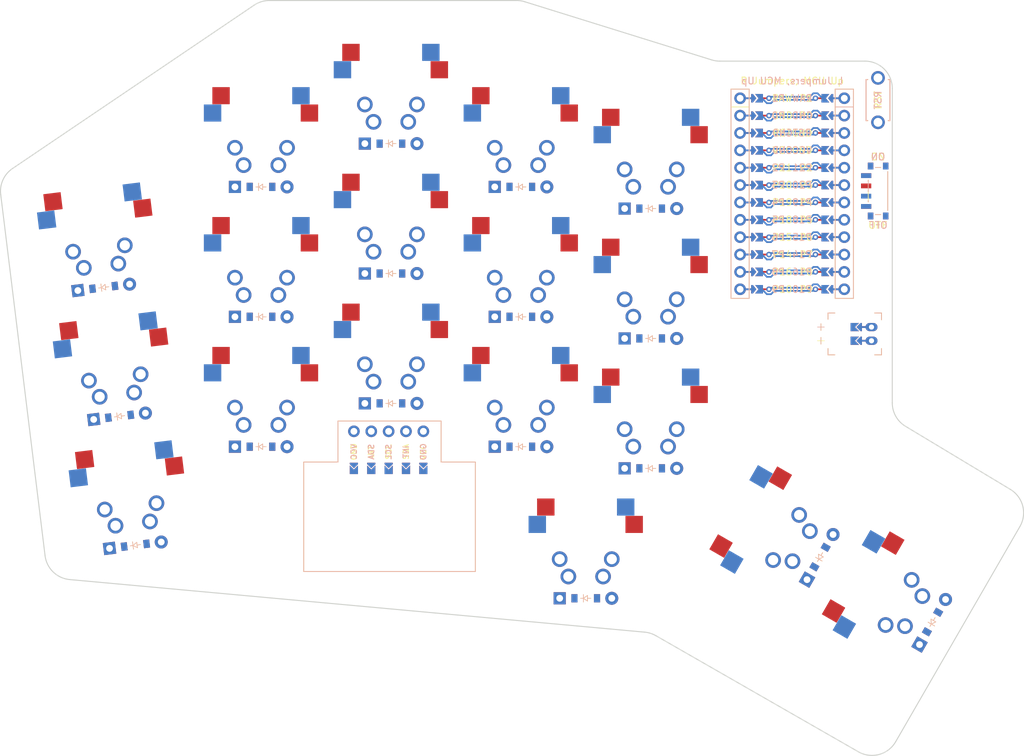
<source format=kicad_pcb>
(kicad_pcb (version 20171130) (host pcbnew 5.1.6)
  (title_block (title "flippie") (rev "v1.0.0") (company "Unknown"))
  (layers (0 F.Cu signal) (31 B.Cu signal) (34 B.Paste user) (35 F.Paste user) (36 B.SilkS user) (37 F.SilkS user) (38 B.Mask user) (39 F.Mask user) (44 Edge.Cuts user))
  (net 0 "")
  (net 1 "P21")
  (net 2 "pinky_bottom")
  (net 3 "pinky_home")
  (net 4 "pinky_top")
  (net 5 "P20")
  (net 6 "ring_bottom")
  (net 7 "ring_home")
  (net 8 "ring_top")
  (net 9 "P19")
  (net 10 "middle_bottom")
  (net 11 "middle_home")
  (net 12 "middle_top")
  (net 13 "P18")
  (net 14 "index_bottom")
  (net 15 "index_home")
  (net 16 "index_top")
  (net 17 "P15")
  (net 18 "reach_bottom")
  (net 19 "reach_home")
  (net 20 "reach_top")
  (net 21 "inner_cluster")
  (net 22 "middle_cluster")
  (net 23 "reach_cluster")
  (net 24 "P10")
  (net 25 "P16")
  (net 26 "P14")
  (net 27 "P9")
  (net 28 "RAW")
  (net 29 "GND")
  (net 30 "RST")
  (net 31 "VCC")
  (net 32 "P1")
  (net 33 "P0")
  (net 34 "P2")
  (net 35 "P3")
  (net 36 "P4")
  (net 37 "P5")
  (net 38 "P6")
  (net 39 "P7")
  (net 40 "P8")
  (net 41 "P101")
  (net 42 "P102")
  (net 43 "P107")
  (net 44 "MCU1_24")
  (net 45 "MCU1_1")
  (net 46 "MCU1_23")
  (net 47 "MCU1_2")
  (net 48 "MCU1_22")
  (net 49 "MCU1_3")
  (net 50 "MCU1_21")
  (net 51 "MCU1_4")
  (net 52 "MCU1_20")
  (net 53 "MCU1_5")
  (net 54 "MCU1_19")
  (net 55 "MCU1_6")
  (net 56 "MCU1_18")
  (net 57 "MCU1_7")
  (net 58 "MCU1_17")
  (net 59 "MCU1_8")
  (net 60 "MCU1_16")
  (net 61 "MCU1_9")
  (net 62 "MCU1_15")
  (net 63 "MCU1_10")
  (net 64 "MCU1_14")
  (net 65 "MCU1_11")
  (net 66 "MCU1_13")
  (net 67 "MCU1_12")
  (net 68 "BAT_P")
  (net 69 "JST1_1")
  (net 70 "JST1_2")
  (net 71 "INT")
  (net 72 "_1_1")
  (net 73 "_1_2")
  (net 74 "_1_3")
  (net 75 "_1_4")
  (net 76 "_1_5")
  (module MX (layer F.Cu) (at 109.4564572 87.3114195 7)
    (fp_text reference "S1" hide)
    (fp_text value "" hide)
    (pad "" np_thru_hole circle (at 0 0) (size 3.9878 3.9878) (drill 3.9878) (layers *.Cu *.Mask))
    (pad "" np_thru_hole circle (at 5.08 0) (size 1.7018 1.7018) (drill 1.7018) (layers *.Cu *.Mask))
    (pad "" np_thru_hole circle (at -5.08 0) (size 1.7018 1.7018) (drill 1.7018) (layers *.Cu *.Mask))
    (pad "" np_thru_hole circle (at 2.54 -5.08) (size 3 3) (drill 3) (layers *.Cu *.Mask))
    (pad "" np_thru_hole circle (at -3.81 -2.54) (size 3 3) (drill 3) (layers *.Cu *.Mask))
    (pad 1 smd rect (at -7.085 -2.54 7) (size 2.55 2.5) (layers B.Cu B.Paste B.Mask) (net 1 "P21"))
    (pad 2 smd rect (at 5.842 -5.08 7) (size 2.55 2.5) (layers B.Cu B.Paste B.Mask) (net 2 "pinky_bottom"))
    (pad "" np_thru_hole circle (at -2.54 -5.08) (size 3 3) (drill 3) (layers *.Cu *.Mask))
    (pad "" np_thru_hole circle (at 3.81 -2.54) (size 3 3) (drill 3) (layers *.Cu *.Mask))
    (pad 1 smd rect (at 7.085 -2.54 7) (size 2.55 2.5) (layers F.Cu F.Paste F.Mask) (net 1 "P21"))
    (pad 2 smd rect (at -5.842 -5.08 7) (size 2.55 2.5) (layers F.Cu F.Paste F.Mask) (net 2 "pinky_bottom"))
  )
  (module MX (layer F.Cu) (at 107.1409397 68.4530426 7)
    (fp_text reference "S2" hide)
    (fp_text value "" hide)
    (pad "" np_thru_hole circle (at 0 0) (size 3.9878 3.9878) (drill 3.9878) (layers *.Cu *.Mask))
    (pad "" np_thru_hole circle (at 5.08 0) (size 1.7018 1.7018) (drill 1.7018) (layers *.Cu *.Mask))
    (pad "" np_thru_hole circle (at -5.08 0) (size 1.7018 1.7018) (drill 1.7018) (layers *.Cu *.Mask))
    (pad "" np_thru_hole circle (at 2.54 -5.08) (size 3 3) (drill 3) (layers *.Cu *.Mask))
    (pad "" np_thru_hole circle (at -3.81 -2.54) (size 3 3) (drill 3) (layers *.Cu *.Mask))
    (pad 1 smd rect (at -7.085 -2.54 7) (size 2.55 2.5) (layers B.Cu B.Paste B.Mask) (net 1 "P21"))
    (pad 2 smd rect (at 5.842 -5.08 7) (size 2.55 2.5) (layers B.Cu B.Paste B.Mask) (net 3 "pinky_home"))
    (pad "" np_thru_hole circle (at -2.54 -5.08) (size 3 3) (drill 3) (layers *.Cu *.Mask))
    (pad "" np_thru_hole circle (at 3.81 -2.54) (size 3 3) (drill 3) (layers *.Cu *.Mask))
    (pad 1 smd rect (at 7.085 -2.54 7) (size 2.55 2.5) (layers F.Cu F.Paste F.Mask) (net 1 "P21"))
    (pad 2 smd rect (at -5.842 -5.08 7) (size 2.55 2.5) (layers F.Cu F.Paste F.Mask) (net 3 "pinky_home"))
  )
  (module MX (layer F.Cu) (at 104.8254222 49.5946657 7)
    (fp_text reference "S3" hide)
    (fp_text value "" hide)
    (pad "" np_thru_hole circle (at 0 0) (size 3.9878 3.9878) (drill 3.9878) (layers *.Cu *.Mask))
    (pad "" np_thru_hole circle (at 5.08 0) (size 1.7018 1.7018) (drill 1.7018) (layers *.Cu *.Mask))
    (pad "" np_thru_hole circle (at -5.08 0) (size 1.7018 1.7018) (drill 1.7018) (layers *.Cu *.Mask))
    (pad "" np_thru_hole circle (at 2.54 -5.08) (size 3 3) (drill 3) (layers *.Cu *.Mask))
    (pad "" np_thru_hole circle (at -3.81 -2.54) (size 3 3) (drill 3) (layers *.Cu *.Mask))
    (pad 1 smd rect (at -7.085 -2.54 7) (size 2.55 2.5) (layers B.Cu B.Paste B.Mask) (net 1 "P21"))
    (pad 2 smd rect (at 5.842 -5.08 7) (size 2.55 2.5) (layers B.Cu B.Paste B.Mask) (net 4 "pinky_top"))
    (pad "" np_thru_hole circle (at -2.54 -5.08) (size 3 3) (drill 3) (layers *.Cu *.Mask))
    (pad "" np_thru_hole circle (at 3.81 -2.54) (size 3 3) (drill 3) (layers *.Cu *.Mask))
    (pad 1 smd rect (at 7.085 -2.54 7) (size 2.55 2.5) (layers F.Cu F.Paste F.Mask) (net 1 "P21"))
    (pad 2 smd rect (at -5.842 -5.08 7) (size 2.55 2.5) (layers F.Cu F.Paste F.Mask) (net 4 "pinky_top"))
  )
  (module MX (layer F.Cu) (at 128.8374943 72.8416095 0)
    (fp_text reference "S4" hide)
    (fp_text value "" hide)
    (pad "" np_thru_hole circle (at 0 0) (size 3.9878 3.9878) (drill 3.9878) (layers *.Cu *.Mask))
    (pad "" np_thru_hole circle (at 5.08 0) (size 1.7018 1.7018) (drill 1.7018) (layers *.Cu *.Mask))
    (pad "" np_thru_hole circle (at -5.08 0) (size 1.7018 1.7018) (drill 1.7018) (layers *.Cu *.Mask))
    (pad "" np_thru_hole circle (at 2.54 -5.08) (size 3 3) (drill 3) (layers *.Cu *.Mask))
    (pad "" np_thru_hole circle (at -3.81 -2.54) (size 3 3) (drill 3) (layers *.Cu *.Mask))
    (pad 1 smd rect (at -7.085 -2.54 0) (size 2.55 2.5) (layers B.Cu B.Paste B.Mask) (net 5 "P20"))
    (pad 2 smd rect (at 5.842 -5.08 0) (size 2.55 2.5) (layers B.Cu B.Paste B.Mask) (net 6 "ring_bottom"))
    (pad "" np_thru_hole circle (at -2.54 -5.08) (size 3 3) (drill 3) (layers *.Cu *.Mask))
    (pad "" np_thru_hole circle (at 3.81 -2.54) (size 3 3) (drill 3) (layers *.Cu *.Mask))
    (pad 1 smd rect (at 7.085 -2.54 0) (size 2.55 2.5) (layers F.Cu F.Paste F.Mask) (net 5 "P20"))
    (pad 2 smd rect (at -5.842 -5.08 0) (size 2.55 2.5) (layers F.Cu F.Paste F.Mask) (net 6 "ring_bottom"))
  )
  (module MX (layer F.Cu) (at 128.8374942 53.8416095 0)
    (fp_text reference "S5" hide)
    (fp_text value "" hide)
    (pad "" np_thru_hole circle (at 0 0) (size 3.9878 3.9878) (drill 3.9878) (layers *.Cu *.Mask))
    (pad "" np_thru_hole circle (at 5.08 0) (size 1.7018 1.7018) (drill 1.7018) (layers *.Cu *.Mask))
    (pad "" np_thru_hole circle (at -5.08 0) (size 1.7018 1.7018) (drill 1.7018) (layers *.Cu *.Mask))
    (pad "" np_thru_hole circle (at 2.54 -5.08) (size 3 3) (drill 3) (layers *.Cu *.Mask))
    (pad "" np_thru_hole circle (at -3.81 -2.54) (size 3 3) (drill 3) (layers *.Cu *.Mask))
    (pad 1 smd rect (at -7.085 -2.54 0) (size 2.55 2.5) (layers B.Cu B.Paste B.Mask) (net 5 "P20"))
    (pad 2 smd rect (at 5.842 -5.08 0) (size 2.55 2.5) (layers B.Cu B.Paste B.Mask) (net 7 "ring_home"))
    (pad "" np_thru_hole circle (at -2.54 -5.08) (size 3 3) (drill 3) (layers *.Cu *.Mask))
    (pad "" np_thru_hole circle (at 3.81 -2.54) (size 3 3) (drill 3) (layers *.Cu *.Mask))
    (pad 1 smd rect (at 7.085 -2.54 0) (size 2.55 2.5) (layers F.Cu F.Paste F.Mask) (net 5 "P20"))
    (pad 2 smd rect (at -5.842 -5.08 0) (size 2.55 2.5) (layers F.Cu F.Paste F.Mask) (net 7 "ring_home"))
  )
  (module MX (layer F.Cu) (at 128.8374942 34.8416094 0)
    (fp_text reference "S6" hide)
    (fp_text value "" hide)
    (pad "" np_thru_hole circle (at 0 0) (size 3.9878 3.9878) (drill 3.9878) (layers *.Cu *.Mask))
    (pad "" np_thru_hole circle (at 5.08 0) (size 1.7018 1.7018) (drill 1.7018) (layers *.Cu *.Mask))
    (pad "" np_thru_hole circle (at -5.08 0) (size 1.7018 1.7018) (drill 1.7018) (layers *.Cu *.Mask))
    (pad "" np_thru_hole circle (at 2.54 -5.08) (size 3 3) (drill 3) (layers *.Cu *.Mask))
    (pad "" np_thru_hole circle (at -3.81 -2.54) (size 3 3) (drill 3) (layers *.Cu *.Mask))
    (pad 1 smd rect (at -7.085 -2.54 0) (size 2.55 2.5) (layers B.Cu B.Paste B.Mask) (net 5 "P20"))
    (pad 2 smd rect (at 5.842 -5.08 0) (size 2.55 2.5) (layers B.Cu B.Paste B.Mask) (net 8 "ring_top"))
    (pad "" np_thru_hole circle (at -2.54 -5.08) (size 3 3) (drill 3) (layers *.Cu *.Mask))
    (pad "" np_thru_hole circle (at 3.81 -2.54) (size 3 3) (drill 3) (layers *.Cu *.Mask))
    (pad 1 smd rect (at 7.085 -2.54 0) (size 2.55 2.5) (layers F.Cu F.Paste F.Mask) (net 5 "P20"))
    (pad 2 smd rect (at -5.842 -5.08 0) (size 2.55 2.5) (layers F.Cu F.Paste F.Mask) (net 8 "ring_top"))
  )
  (module MX (layer F.Cu) (at 147.8374943 66.5082761 0)
    (fp_text reference "S7" hide)
    (fp_text value "" hide)
    (pad "" np_thru_hole circle (at 0 0) (size 3.9878 3.9878) (drill 3.9878) (layers *.Cu *.Mask))
    (pad "" np_thru_hole circle (at 5.08 0) (size 1.7018 1.7018) (drill 1.7018) (layers *.Cu *.Mask))
    (pad "" np_thru_hole circle (at -5.08 0) (size 1.7018 1.7018) (drill 1.7018) (layers *.Cu *.Mask))
    (pad "" np_thru_hole circle (at 2.54 -5.08) (size 3 3) (drill 3) (layers *.Cu *.Mask))
    (pad "" np_thru_hole circle (at -3.81 -2.54) (size 3 3) (drill 3) (layers *.Cu *.Mask))
    (pad 1 smd rect (at -7.085 -2.54 0) (size 2.55 2.5) (layers B.Cu B.Paste B.Mask) (net 9 "P19"))
    (pad 2 smd rect (at 5.842 -5.08 0) (size 2.55 2.5) (layers B.Cu B.Paste B.Mask) (net 10 "middle_bottom"))
    (pad "" np_thru_hole circle (at -2.54 -5.08) (size 3 3) (drill 3) (layers *.Cu *.Mask))
    (pad "" np_thru_hole circle (at 3.81 -2.54) (size 3 3) (drill 3) (layers *.Cu *.Mask))
    (pad 1 smd rect (at 7.085 -2.54 0) (size 2.55 2.5) (layers F.Cu F.Paste F.Mask) (net 9 "P19"))
    (pad 2 smd rect (at -5.842 -5.08 0) (size 2.55 2.5) (layers F.Cu F.Paste F.Mask) (net 10 "middle_bottom"))
  )
  (module MX (layer F.Cu) (at 147.8374943 47.5082761 0)
    (fp_text reference "S8" hide)
    (fp_text value "" hide)
    (pad "" np_thru_hole circle (at 0 0) (size 3.9878 3.9878) (drill 3.9878) (layers *.Cu *.Mask))
    (pad "" np_thru_hole circle (at 5.08 0) (size 1.7018 1.7018) (drill 1.7018) (layers *.Cu *.Mask))
    (pad "" np_thru_hole circle (at -5.08 0) (size 1.7018 1.7018) (drill 1.7018) (layers *.Cu *.Mask))
    (pad "" np_thru_hole circle (at 2.54 -5.08) (size 3 3) (drill 3) (layers *.Cu *.Mask))
    (pad "" np_thru_hole circle (at -3.81 -2.54) (size 3 3) (drill 3) (layers *.Cu *.Mask))
    (pad 1 smd rect (at -7.085 -2.54 0) (size 2.55 2.5) (layers B.Cu B.Paste B.Mask) (net 9 "P19"))
    (pad 2 smd rect (at 5.842 -5.08 0) (size 2.55 2.5) (layers B.Cu B.Paste B.Mask) (net 11 "middle_home"))
    (pad "" np_thru_hole circle (at -2.54 -5.08) (size 3 3) (drill 3) (layers *.Cu *.Mask))
    (pad "" np_thru_hole circle (at 3.81 -2.54) (size 3 3) (drill 3) (layers *.Cu *.Mask))
    (pad 1 smd rect (at 7.085 -2.54 0) (size 2.55 2.5) (layers F.Cu F.Paste F.Mask) (net 9 "P19"))
    (pad 2 smd rect (at -5.842 -5.08 0) (size 2.55 2.5) (layers F.Cu F.Paste F.Mask) (net 11 "middle_home"))
  )
  (module MX (layer F.Cu) (at 147.8374943 28.5082761 0)
    (fp_text reference "S9" hide)
    (fp_text value "" hide)
    (pad "" np_thru_hole circle (at 0 0) (size 3.9878 3.9878) (drill 3.9878) (layers *.Cu *.Mask))
    (pad "" np_thru_hole circle (at 5.08 0) (size 1.7018 1.7018) (drill 1.7018) (layers *.Cu *.Mask))
    (pad "" np_thru_hole circle (at -5.08 0) (size 1.7018 1.7018) (drill 1.7018) (layers *.Cu *.Mask))
    (pad "" np_thru_hole circle (at 2.54 -5.08) (size 3 3) (drill 3) (layers *.Cu *.Mask))
    (pad "" np_thru_hole circle (at -3.81 -2.54) (size 3 3) (drill 3) (layers *.Cu *.Mask))
    (pad 1 smd rect (at -7.085 -2.54 0) (size 2.55 2.5) (layers B.Cu B.Paste B.Mask) (net 9 "P19"))
    (pad 2 smd rect (at 5.842 -5.08 0) (size 2.55 2.5) (layers B.Cu B.Paste B.Mask) (net 12 "middle_top"))
    (pad "" np_thru_hole circle (at -2.54 -5.08) (size 3 3) (drill 3) (layers *.Cu *.Mask))
    (pad "" np_thru_hole circle (at 3.81 -2.54) (size 3 3) (drill 3) (layers *.Cu *.Mask))
    (pad 1 smd rect (at 7.085 -2.54 0) (size 2.55 2.5) (layers F.Cu F.Paste F.Mask) (net 9 "P19"))
    (pad 2 smd rect (at -5.842 -5.08 0) (size 2.55 2.5) (layers F.Cu F.Paste F.Mask) (net 12 "middle_top"))
  )
  (module MX (layer F.Cu) (at 166.8374943 72.8416094 0)
    (fp_text reference "S10" hide)
    (fp_text value "" hide)
    (pad "" np_thru_hole circle (at 0 0) (size 3.9878 3.9878) (drill 3.9878) (layers *.Cu *.Mask))
    (pad "" np_thru_hole circle (at 5.08 0) (size 1.7018 1.7018) (drill 1.7018) (layers *.Cu *.Mask))
    (pad "" np_thru_hole circle (at -5.08 0) (size 1.7018 1.7018) (drill 1.7018) (layers *.Cu *.Mask))
    (pad "" np_thru_hole circle (at 2.54 -5.08) (size 3 3) (drill 3) (layers *.Cu *.Mask))
    (pad "" np_thru_hole circle (at -3.81 -2.54) (size 3 3) (drill 3) (layers *.Cu *.Mask))
    (pad 1 smd rect (at -7.085 -2.54 0) (size 2.55 2.5) (layers B.Cu B.Paste B.Mask) (net 13 "P18"))
    (pad 2 smd rect (at 5.842 -5.08 0) (size 2.55 2.5) (layers B.Cu B.Paste B.Mask) (net 14 "index_bottom"))
    (pad "" np_thru_hole circle (at -2.54 -5.08) (size 3 3) (drill 3) (layers *.Cu *.Mask))
    (pad "" np_thru_hole circle (at 3.81 -2.54) (size 3 3) (drill 3) (layers *.Cu *.Mask))
    (pad 1 smd rect (at 7.085 -2.54 0) (size 2.55 2.5) (layers F.Cu F.Paste F.Mask) (net 13 "P18"))
    (pad 2 smd rect (at -5.842 -5.08 0) (size 2.55 2.5) (layers F.Cu F.Paste F.Mask) (net 14 "index_bottom"))
  )
  (module MX (layer F.Cu) (at 166.8374943 53.8416094 0)
    (fp_text reference "S11" hide)
    (fp_text value "" hide)
    (pad "" np_thru_hole circle (at 0 0) (size 3.9878 3.9878) (drill 3.9878) (layers *.Cu *.Mask))
    (pad "" np_thru_hole circle (at 5.08 0) (size 1.7018 1.7018) (drill 1.7018) (layers *.Cu *.Mask))
    (pad "" np_thru_hole circle (at -5.08 0) (size 1.7018 1.7018) (drill 1.7018) (layers *.Cu *.Mask))
    (pad "" np_thru_hole circle (at 2.54 -5.08) (size 3 3) (drill 3) (layers *.Cu *.Mask))
    (pad "" np_thru_hole circle (at -3.81 -2.54) (size 3 3) (drill 3) (layers *.Cu *.Mask))
    (pad 1 smd rect (at -7.085 -2.54 0) (size 2.55 2.5) (layers B.Cu B.Paste B.Mask) (net 13 "P18"))
    (pad 2 smd rect (at 5.842 -5.08 0) (size 2.55 2.5) (layers B.Cu B.Paste B.Mask) (net 15 "index_home"))
    (pad "" np_thru_hole circle (at -2.54 -5.08) (size 3 3) (drill 3) (layers *.Cu *.Mask))
    (pad "" np_thru_hole circle (at 3.81 -2.54) (size 3 3) (drill 3) (layers *.Cu *.Mask))
    (pad 1 smd rect (at 7.085 -2.54 0) (size 2.55 2.5) (layers F.Cu F.Paste F.Mask) (net 13 "P18"))
    (pad 2 smd rect (at -5.842 -5.08 0) (size 2.55 2.5) (layers F.Cu F.Paste F.Mask) (net 15 "index_home"))
  )
  (module MX (layer F.Cu) (at 166.8374942 34.8416094 0)
    (fp_text reference "S12" hide)
    (fp_text value "" hide)
    (pad "" np_thru_hole circle (at 0 0) (size 3.9878 3.9878) (drill 3.9878) (layers *.Cu *.Mask))
    (pad "" np_thru_hole circle (at 5.08 0) (size 1.7018 1.7018) (drill 1.7018) (layers *.Cu *.Mask))
    (pad "" np_thru_hole circle (at -5.08 0) (size 1.7018 1.7018) (drill 1.7018) (layers *.Cu *.Mask))
    (pad "" np_thru_hole circle (at 2.54 -5.08) (size 3 3) (drill 3) (layers *.Cu *.Mask))
    (pad "" np_thru_hole circle (at -3.81 -2.54) (size 3 3) (drill 3) (layers *.Cu *.Mask))
    (pad 1 smd rect (at -7.085 -2.54 0) (size 2.55 2.5) (layers B.Cu B.Paste B.Mask) (net 13 "P18"))
    (pad 2 smd rect (at 5.842 -5.08 0) (size 2.55 2.5) (layers B.Cu B.Paste B.Mask) (net 16 "index_top"))
    (pad "" np_thru_hole circle (at -2.54 -5.08) (size 3 3) (drill 3) (layers *.Cu *.Mask))
    (pad "" np_thru_hole circle (at 3.81 -2.54) (size 3 3) (drill 3) (layers *.Cu *.Mask))
    (pad 1 smd rect (at 7.085 -2.54 0) (size 2.55 2.5) (layers F.Cu F.Paste F.Mask) (net 13 "P18"))
    (pad 2 smd rect (at -5.842 -5.08 0) (size 2.55 2.5) (layers F.Cu F.Paste F.Mask) (net 16 "index_top"))
  )
  (module MX (layer F.Cu) (at 185.8374943 76.0082762 0)
    (fp_text reference "S13" hide)
    (fp_text value "" hide)
    (pad "" np_thru_hole circle (at 0 0) (size 3.9878 3.9878) (drill 3.9878) (layers *.Cu *.Mask))
    (pad "" np_thru_hole circle (at 5.08 0) (size 1.7018 1.7018) (drill 1.7018) (layers *.Cu *.Mask))
    (pad "" np_thru_hole circle (at -5.08 0) (size 1.7018 1.7018) (drill 1.7018) (layers *.Cu *.Mask))
    (pad "" np_thru_hole circle (at 2.54 -5.08) (size 3 3) (drill 3) (layers *.Cu *.Mask))
    (pad "" np_thru_hole circle (at -3.81 -2.54) (size 3 3) (drill 3) (layers *.Cu *.Mask))
    (pad 1 smd rect (at -7.085 -2.54 0) (size 2.55 2.5) (layers B.Cu B.Paste B.Mask) (net 17 "P15"))
    (pad 2 smd rect (at 5.842 -5.08 0) (size 2.55 2.5) (layers B.Cu B.Paste B.Mask) (net 18 "reach_bottom"))
    (pad "" np_thru_hole circle (at -2.54 -5.08) (size 3 3) (drill 3) (layers *.Cu *.Mask))
    (pad "" np_thru_hole circle (at 3.81 -2.54) (size 3 3) (drill 3) (layers *.Cu *.Mask))
    (pad 1 smd rect (at 7.085 -2.54 0) (size 2.55 2.5) (layers F.Cu F.Paste F.Mask) (net 17 "P15"))
    (pad 2 smd rect (at -5.842 -5.08 0) (size 2.55 2.5) (layers F.Cu F.Paste F.Mask) (net 18 "reach_bottom"))
  )
  (module MX (layer F.Cu) (at 185.8374943 57.0082761 0)
    (fp_text reference "S14" hide)
    (fp_text value "" hide)
    (pad "" np_thru_hole circle (at 0 0) (size 3.9878 3.9878) (drill 3.9878) (layers *.Cu *.Mask))
    (pad "" np_thru_hole circle (at 5.08 0) (size 1.7018 1.7018) (drill 1.7018) (layers *.Cu *.Mask))
    (pad "" np_thru_hole circle (at -5.08 0) (size 1.7018 1.7018) (drill 1.7018) (layers *.Cu *.Mask))
    (pad "" np_thru_hole circle (at 2.54 -5.08) (size 3 3) (drill 3) (layers *.Cu *.Mask))
    (pad "" np_thru_hole circle (at -3.81 -2.54) (size 3 3) (drill 3) (layers *.Cu *.Mask))
    (pad 1 smd rect (at -7.085 -2.54 0) (size 2.55 2.5) (layers B.Cu B.Paste B.Mask) (net 17 "P15"))
    (pad 2 smd rect (at 5.842 -5.08 0) (size 2.55 2.5) (layers B.Cu B.Paste B.Mask) (net 19 "reach_home"))
    (pad "" np_thru_hole circle (at -2.54 -5.08) (size 3 3) (drill 3) (layers *.Cu *.Mask))
    (pad "" np_thru_hole circle (at 3.81 -2.54) (size 3 3) (drill 3) (layers *.Cu *.Mask))
    (pad 1 smd rect (at 7.085 -2.54 0) (size 2.55 2.5) (layers F.Cu F.Paste F.Mask) (net 17 "P15"))
    (pad 2 smd rect (at -5.842 -5.08 0) (size 2.55 2.5) (layers F.Cu F.Paste F.Mask) (net 19 "reach_home"))
  )
  (module MX (layer F.Cu) (at 185.8374943 38.0082761 0)
    (fp_text reference "S15" hide)
    (fp_text value "" hide)
    (pad "" np_thru_hole circle (at 0 0) (size 3.9878 3.9878) (drill 3.9878) (layers *.Cu *.Mask))
    (pad "" np_thru_hole circle (at 5.08 0) (size 1.7018 1.7018) (drill 1.7018) (layers *.Cu *.Mask))
    (pad "" np_thru_hole circle (at -5.08 0) (size 1.7018 1.7018) (drill 1.7018) (layers *.Cu *.Mask))
    (pad "" np_thru_hole circle (at 2.54 -5.08) (size 3 3) (drill 3) (layers *.Cu *.Mask))
    (pad "" np_thru_hole circle (at -3.81 -2.54) (size 3 3) (drill 3) (layers *.Cu *.Mask))
    (pad 1 smd rect (at -7.085 -2.54 0) (size 2.55 2.5) (layers B.Cu B.Paste B.Mask) (net 17 "P15"))
    (pad 2 smd rect (at 5.842 -5.08 0) (size 2.55 2.5) (layers B.Cu B.Paste B.Mask) (net 20 "reach_top"))
    (pad "" np_thru_hole circle (at -2.54 -5.08) (size 3 3) (drill 3) (layers *.Cu *.Mask))
    (pad "" np_thru_hole circle (at 3.81 -2.54) (size 3 3) (drill 3) (layers *.Cu *.Mask))
    (pad 1 smd rect (at 7.085 -2.54 0) (size 2.55 2.5) (layers F.Cu F.Paste F.Mask) (net 17 "P15"))
    (pad 2 smd rect (at -5.842 -5.08 0) (size 2.55 2.5) (layers F.Cu F.Paste F.Mask) (net 20 "reach_top"))
  )
  (module MX (layer F.Cu) (at 176.3374943 95.0146094 0)
    (fp_text reference "S16" hide)
    (fp_text value "" hide)
    (pad "" np_thru_hole circle (at 0 0) (size 3.9878 3.9878) (drill 3.9878) (layers *.Cu *.Mask))
    (pad "" np_thru_hole circle (at 5.08 0) (size 1.7018 1.7018) (drill 1.7018) (layers *.Cu *.Mask))
    (pad "" np_thru_hole circle (at -5.08 0) (size 1.7018 1.7018) (drill 1.7018) (layers *.Cu *.Mask))
    (pad "" np_thru_hole circle (at 2.54 -5.08) (size 3 3) (drill 3) (layers *.Cu *.Mask))
    (pad "" np_thru_hole circle (at -3.81 -2.54) (size 3 3) (drill 3) (layers *.Cu *.Mask))
    (pad 1 smd rect (at -7.085 -2.54 0) (size 2.55 2.5) (layers B.Cu B.Paste B.Mask) (net 9 "P19"))
    (pad 2 smd rect (at 5.842 -5.08 0) (size 2.55 2.5) (layers B.Cu B.Paste B.Mask) (net 21 "inner_cluster"))
    (pad "" np_thru_hole circle (at -2.54 -5.08) (size 3 3) (drill 3) (layers *.Cu *.Mask))
    (pad "" np_thru_hole circle (at 3.81 -2.54) (size 3 3) (drill 3) (layers *.Cu *.Mask))
    (pad 1 smd rect (at 7.085 -2.54 0) (size 2.55 2.5) (layers F.Cu F.Paste F.Mask) (net 9 "P19"))
    (pad 2 smd rect (at -5.842 -5.08 0) (size 2.55 2.5) (layers F.Cu F.Paste F.Mask) (net 21 "inner_cluster"))
  )
  (module MX (layer F.Cu) (at 203.4529287 93.1182646 60)
    (fp_text reference "S17" hide)
    (fp_text value "" hide)
    (pad "" np_thru_hole circle (at 0 0) (size 3.9878 3.9878) (drill 3.9878) (layers *.Cu *.Mask))
    (pad "" np_thru_hole circle (at 5.08 0) (size 1.7018 1.7018) (drill 1.7018) (layers *.Cu *.Mask))
    (pad "" np_thru_hole circle (at -5.08 0) (size 1.7018 1.7018) (drill 1.7018) (layers *.Cu *.Mask))
    (pad "" np_thru_hole circle (at 2.54 -5.08) (size 3 3) (drill 3) (layers *.Cu *.Mask))
    (pad "" np_thru_hole circle (at -3.81 -2.54) (size 3 3) (drill 3) (layers *.Cu *.Mask))
    (pad 1 smd rect (at -7.085 -2.54 60) (size 2.55 2.5) (layers B.Cu B.Paste B.Mask) (net 13 "P18"))
    (pad 2 smd rect (at 5.842 -5.08 60) (size 2.55 2.5) (layers B.Cu B.Paste B.Mask) (net 22 "middle_cluster"))
    (pad "" np_thru_hole circle (at -2.54 -5.08) (size 3 3) (drill 3) (layers *.Cu *.Mask))
    (pad "" np_thru_hole circle (at 3.81 -2.54) (size 3 3) (drill 3) (layers *.Cu *.Mask))
    (pad 1 smd rect (at 7.085 -2.54 60) (size 2.55 2.5) (layers F.Cu F.Paste F.Mask) (net 13 "P18"))
    (pad 2 smd rect (at -5.842 -5.08 60) (size 2.55 2.5) (layers F.Cu F.Paste F.Mask) (net 22 "middle_cluster"))
  )
  (module MX (layer F.Cu) (at 219.9074114 102.6182646 60)
    (fp_text reference "S18" hide)
    (fp_text value "" hide)
    (pad "" np_thru_hole circle (at 0 0) (size 3.9878 3.9878) (drill 3.9878) (layers *.Cu *.Mask))
    (pad "" np_thru_hole circle (at 5.08 0) (size 1.7018 1.7018) (drill 1.7018) (layers *.Cu *.Mask))
    (pad "" np_thru_hole circle (at -5.08 0) (size 1.7018 1.7018) (drill 1.7018) (layers *.Cu *.Mask))
    (pad "" np_thru_hole circle (at 2.54 -5.08) (size 3 3) (drill 3) (layers *.Cu *.Mask))
    (pad "" np_thru_hole circle (at -3.81 -2.54) (size 3 3) (drill 3) (layers *.Cu *.Mask))
    (pad 1 smd rect (at -7.085 -2.54 60) (size 2.55 2.5) (layers B.Cu B.Paste B.Mask) (net 17 "P15"))
    (pad 2 smd rect (at 5.842 -5.08 60) (size 2.55 2.5) (layers B.Cu B.Paste B.Mask) (net 23 "reach_cluster"))
    (pad "" np_thru_hole circle (at -2.54 -5.08) (size 3 3) (drill 3) (layers *.Cu *.Mask))
    (pad "" np_thru_hole circle (at 3.81 -2.54) (size 3 3) (drill 3) (layers *.Cu *.Mask))
    (pad 1 smd rect (at 7.085 -2.54 60) (size 2.55 2.5) (layers F.Cu F.Paste F.Mask) (net 17 "P15"))
    (pad 2 smd rect (at -5.842 -5.08 60) (size 2.55 2.5) (layers F.Cu F.Paste F.Mask) (net 23 "reach_cluster"))
  )
  (module MX (layer F.Cu) (at 109.4564572 87.3114195 187)
    (fp_text reference "S19" hide)
    (fp_text value "" hide)
    (pad "" np_thru_hole circle (at 0 0) (size 3.9878 3.9878) (drill 3.9878) (layers *.Cu *.Mask))
    (pad "" np_thru_hole circle (at 5.08 0) (size 1.7018 1.7018) (drill 1.7018) (layers *.Cu *.Mask))
    (pad "" np_thru_hole circle (at -5.08 0) (size 1.7018 1.7018) (drill 1.7018) (layers *.Cu *.Mask))
    (pad 1 thru_hole circle (at 2.54 -5.08) (size 2.286 2.286) (drill 1.4986) (layers *.Cu *.Mask) (net 1 "P21"))
    (pad 2 thru_hole circle (at -3.81 -2.54) (size 2.286 2.286) (drill 1.4986) (layers *.Cu *.Mask) (net 2 "pinky_bottom"))
    (pad 1 thru_hole circle (at -2.54 -5.08) (size 2.286 2.286) (drill 1.4986) (layers *.Cu *.Mask) (net 1 "P21"))
    (pad 2 thru_hole circle (at 3.81 -2.54) (size 2.286 2.286) (drill 1.4986) (layers *.Cu *.Mask) (net 2 "pinky_bottom"))
  )
  (module MX (layer F.Cu) (at 107.1409397 68.4530426 187)
    (fp_text reference "S20" hide)
    (fp_text value "" hide)
    (pad "" np_thru_hole circle (at 0 0) (size 3.9878 3.9878) (drill 3.9878) (layers *.Cu *.Mask))
    (pad "" np_thru_hole circle (at 5.08 0) (size 1.7018 1.7018) (drill 1.7018) (layers *.Cu *.Mask))
    (pad "" np_thru_hole circle (at -5.08 0) (size 1.7018 1.7018) (drill 1.7018) (layers *.Cu *.Mask))
    (pad 1 thru_hole circle (at 2.54 -5.08) (size 2.286 2.286) (drill 1.4986) (layers *.Cu *.Mask) (net 1 "P21"))
    (pad 2 thru_hole circle (at -3.81 -2.54) (size 2.286 2.286) (drill 1.4986) (layers *.Cu *.Mask) (net 3 "pinky_home"))
    (pad 1 thru_hole circle (at -2.54 -5.08) (size 2.286 2.286) (drill 1.4986) (layers *.Cu *.Mask) (net 1 "P21"))
    (pad 2 thru_hole circle (at 3.81 -2.54) (size 2.286 2.286) (drill 1.4986) (layers *.Cu *.Mask) (net 3 "pinky_home"))
  )
  (module MX (layer F.Cu) (at 104.8254222 49.5946657 187)
    (fp_text reference "S21" hide)
    (fp_text value "" hide)
    (pad "" np_thru_hole circle (at 0 0) (size 3.9878 3.9878) (drill 3.9878) (layers *.Cu *.Mask))
    (pad "" np_thru_hole circle (at 5.08 0) (size 1.7018 1.7018) (drill 1.7018) (layers *.Cu *.Mask))
    (pad "" np_thru_hole circle (at -5.08 0) (size 1.7018 1.7018) (drill 1.7018) (layers *.Cu *.Mask))
    (pad 1 thru_hole circle (at 2.54 -5.08) (size 2.286 2.286) (drill 1.4986) (layers *.Cu *.Mask) (net 1 "P21"))
    (pad 2 thru_hole circle (at -3.81 -2.54) (size 2.286 2.286) (drill 1.4986) (layers *.Cu *.Mask) (net 4 "pinky_top"))
    (pad 1 thru_hole circle (at -2.54 -5.08) (size 2.286 2.286) (drill 1.4986) (layers *.Cu *.Mask) (net 1 "P21"))
    (pad 2 thru_hole circle (at 3.81 -2.54) (size 2.286 2.286) (drill 1.4986) (layers *.Cu *.Mask) (net 4 "pinky_top"))
  )
  (module MX (layer F.Cu) (at 128.8374943 72.8416095 180)
    (fp_text reference "S22" hide)
    (fp_text value "" hide)
    (pad "" np_thru_hole circle (at 0 0) (size 3.9878 3.9878) (drill 3.9878) (layers *.Cu *.Mask))
    (pad "" np_thru_hole circle (at 5.08 0) (size 1.7018 1.7018) (drill 1.7018) (layers *.Cu *.Mask))
    (pad "" np_thru_hole circle (at -5.08 0) (size 1.7018 1.7018) (drill 1.7018) (layers *.Cu *.Mask))
    (pad 1 thru_hole circle (at 2.54 -5.08) (size 2.286 2.286) (drill 1.4986) (layers *.Cu *.Mask) (net 5 "P20"))
    (pad 2 thru_hole circle (at -3.81 -2.54) (size 2.286 2.286) (drill 1.4986) (layers *.Cu *.Mask) (net 6 "ring_bottom"))
    (pad 1 thru_hole circle (at -2.54 -5.08) (size 2.286 2.286) (drill 1.4986) (layers *.Cu *.Mask) (net 5 "P20"))
    (pad 2 thru_hole circle (at 3.81 -2.54) (size 2.286 2.286) (drill 1.4986) (layers *.Cu *.Mask) (net 6 "ring_bottom"))
  )
  (module MX (layer F.Cu) (at 128.8374942 53.8416095 180)
    (fp_text reference "S23" hide)
    (fp_text value "" hide)
    (pad "" np_thru_hole circle (at 0 0) (size 3.9878 3.9878) (drill 3.9878) (layers *.Cu *.Mask))
    (pad "" np_thru_hole circle (at 5.08 0) (size 1.7018 1.7018) (drill 1.7018) (layers *.Cu *.Mask))
    (pad "" np_thru_hole circle (at -5.08 0) (size 1.7018 1.7018) (drill 1.7018) (layers *.Cu *.Mask))
    (pad 1 thru_hole circle (at 2.54 -5.08) (size 2.286 2.286) (drill 1.4986) (layers *.Cu *.Mask) (net 5 "P20"))
    (pad 2 thru_hole circle (at -3.81 -2.54) (size 2.286 2.286) (drill 1.4986) (layers *.Cu *.Mask) (net 7 "ring_home"))
    (pad 1 thru_hole circle (at -2.54 -5.08) (size 2.286 2.286) (drill 1.4986) (layers *.Cu *.Mask) (net 5 "P20"))
    (pad 2 thru_hole circle (at 3.81 -2.54) (size 2.286 2.286) (drill 1.4986) (layers *.Cu *.Mask) (net 7 "ring_home"))
  )
  (module MX (layer F.Cu) (at 128.8374942 34.8416094 180)
    (fp_text reference "S24" hide)
    (fp_text value "" hide)
    (pad "" np_thru_hole circle (at 0 0) (size 3.9878 3.9878) (drill 3.9878) (layers *.Cu *.Mask))
    (pad "" np_thru_hole circle (at 5.08 0) (size 1.7018 1.7018) (drill 1.7018) (layers *.Cu *.Mask))
    (pad "" np_thru_hole circle (at -5.08 0) (size 1.7018 1.7018) (drill 1.7018) (layers *.Cu *.Mask))
    (pad 1 thru_hole circle (at 2.54 -5.08) (size 2.286 2.286) (drill 1.4986) (layers *.Cu *.Mask) (net 5 "P20"))
    (pad 2 thru_hole circle (at -3.81 -2.54) (size 2.286 2.286) (drill 1.4986) (layers *.Cu *.Mask) (net 8 "ring_top"))
    (pad 1 thru_hole circle (at -2.54 -5.08) (size 2.286 2.286) (drill 1.4986) (layers *.Cu *.Mask) (net 5 "P20"))
    (pad 2 thru_hole circle (at 3.81 -2.54) (size 2.286 2.286) (drill 1.4986) (layers *.Cu *.Mask) (net 8 "ring_top"))
  )
  (module MX (layer F.Cu) (at 147.8374943 66.5082761 180)
    (fp_text reference "S25" hide)
    (fp_text value "" hide)
    (pad "" np_thru_hole circle (at 0 0) (size 3.9878 3.9878) (drill 3.9878) (layers *.Cu *.Mask))
    (pad "" np_thru_hole circle (at 5.08 0) (size 1.7018 1.7018) (drill 1.7018) (layers *.Cu *.Mask))
    (pad "" np_thru_hole circle (at -5.08 0) (size 1.7018 1.7018) (drill 1.7018) (layers *.Cu *.Mask))
    (pad 1 thru_hole circle (at 2.54 -5.08) (size 2.286 2.286) (drill 1.4986) (layers *.Cu *.Mask) (net 9 "P19"))
    (pad 2 thru_hole circle (at -3.81 -2.54) (size 2.286 2.286) (drill 1.4986) (layers *.Cu *.Mask) (net 10 "middle_bottom"))
    (pad 1 thru_hole circle (at -2.54 -5.08) (size 2.286 2.286) (drill 1.4986) (layers *.Cu *.Mask) (net 9 "P19"))
    (pad 2 thru_hole circle (at 3.81 -2.54) (size 2.286 2.286) (drill 1.4986) (layers *.Cu *.Mask) (net 10 "middle_bottom"))
  )
  (module MX (layer F.Cu) (at 147.8374943 47.5082761 180)
    (fp_text reference "S26" hide)
    (fp_text value "" hide)
    (pad "" np_thru_hole circle (at 0 0) (size 3.9878 3.9878) (drill 3.9878) (layers *.Cu *.Mask))
    (pad "" np_thru_hole circle (at 5.08 0) (size 1.7018 1.7018) (drill 1.7018) (layers *.Cu *.Mask))
    (pad "" np_thru_hole circle (at -5.08 0) (size 1.7018 1.7018) (drill 1.7018) (layers *.Cu *.Mask))
    (pad 1 thru_hole circle (at 2.54 -5.08) (size 2.286 2.286) (drill 1.4986) (layers *.Cu *.Mask) (net 9 "P19"))
    (pad 2 thru_hole circle (at -3.81 -2.54) (size 2.286 2.286) (drill 1.4986) (layers *.Cu *.Mask) (net 11 "middle_home"))
    (pad 1 thru_hole circle (at -2.54 -5.08) (size 2.286 2.286) (drill 1.4986) (layers *.Cu *.Mask) (net 9 "P19"))
    (pad 2 thru_hole circle (at 3.81 -2.54) (size 2.286 2.286) (drill 1.4986) (layers *.Cu *.Mask) (net 11 "middle_home"))
  )
  (module MX (layer F.Cu) (at 147.8374943 28.5082761 180)
    (fp_text reference "S27" hide)
    (fp_text value "" hide)
    (pad "" np_thru_hole circle (at 0 0) (size 3.9878 3.9878) (drill 3.9878) (layers *.Cu *.Mask))
    (pad "" np_thru_hole circle (at 5.08 0) (size 1.7018 1.7018) (drill 1.7018) (layers *.Cu *.Mask))
    (pad "" np_thru_hole circle (at -5.08 0) (size 1.7018 1.7018) (drill 1.7018) (layers *.Cu *.Mask))
    (pad 1 thru_hole circle (at 2.54 -5.08) (size 2.286 2.286) (drill 1.4986) (layers *.Cu *.Mask) (net 9 "P19"))
    (pad 2 thru_hole circle (at -3.81 -2.54) (size 2.286 2.286) (drill 1.4986) (layers *.Cu *.Mask) (net 12 "middle_top"))
    (pad 1 thru_hole circle (at -2.54 -5.08) (size 2.286 2.286) (drill 1.4986) (layers *.Cu *.Mask) (net 9 "P19"))
    (pad 2 thru_hole circle (at 3.81 -2.54) (size 2.286 2.286) (drill 1.4986) (layers *.Cu *.Mask) (net 12 "middle_top"))
  )
  (module MX (layer F.Cu) (at 166.8374943 72.8416094 180)
    (fp_text reference "S28" hide)
    (fp_text value "" hide)
    (pad "" np_thru_hole circle (at 0 0) (size 3.9878 3.9878) (drill 3.9878) (layers *.Cu *.Mask))
    (pad "" np_thru_hole circle (at 5.08 0) (size 1.7018 1.7018) (drill 1.7018) (layers *.Cu *.Mask))
    (pad "" np_thru_hole circle (at -5.08 0) (size 1.7018 1.7018) (drill 1.7018) (layers *.Cu *.Mask))
    (pad 1 thru_hole circle (at 2.54 -5.08) (size 2.286 2.286) (drill 1.4986) (layers *.Cu *.Mask) (net 13 "P18"))
    (pad 2 thru_hole circle (at -3.81 -2.54) (size 2.286 2.286) (drill 1.4986) (layers *.Cu *.Mask) (net 14 "index_bottom"))
    (pad 1 thru_hole circle (at -2.54 -5.08) (size 2.286 2.286) (drill 1.4986) (layers *.Cu *.Mask) (net 13 "P18"))
    (pad 2 thru_hole circle (at 3.81 -2.54) (size 2.286 2.286) (drill 1.4986) (layers *.Cu *.Mask) (net 14 "index_bottom"))
  )
  (module MX (layer F.Cu) (at 166.8374943 53.8416094 180)
    (fp_text reference "S29" hide)
    (fp_text value "" hide)
    (pad "" np_thru_hole circle (at 0 0) (size 3.9878 3.9878) (drill 3.9878) (layers *.Cu *.Mask))
    (pad "" np_thru_hole circle (at 5.08 0) (size 1.7018 1.7018) (drill 1.7018) (layers *.Cu *.Mask))
    (pad "" np_thru_hole circle (at -5.08 0) (size 1.7018 1.7018) (drill 1.7018) (layers *.Cu *.Mask))
    (pad 1 thru_hole circle (at 2.54 -5.08) (size 2.286 2.286) (drill 1.4986) (layers *.Cu *.Mask) (net 13 "P18"))
    (pad 2 thru_hole circle (at -3.81 -2.54) (size 2.286 2.286) (drill 1.4986) (layers *.Cu *.Mask) (net 15 "index_home"))
    (pad 1 thru_hole circle (at -2.54 -5.08) (size 2.286 2.286) (drill 1.4986) (layers *.Cu *.Mask) (net 13 "P18"))
    (pad 2 thru_hole circle (at 3.81 -2.54) (size 2.286 2.286) (drill 1.4986) (layers *.Cu *.Mask) (net 15 "index_home"))
  )
  (module MX (layer F.Cu) (at 166.8374942 34.8416094 180)
    (fp_text reference "S30" hide)
    (fp_text value "" hide)
    (pad "" np_thru_hole circle (at 0 0) (size 3.9878 3.9878) (drill 3.9878) (layers *.Cu *.Mask))
    (pad "" np_thru_hole circle (at 5.08 0) (size 1.7018 1.7018) (drill 1.7018) (layers *.Cu *.Mask))
    (pad "" np_thru_hole circle (at -5.08 0) (size 1.7018 1.7018) (drill 1.7018) (layers *.Cu *.Mask))
    (pad 1 thru_hole circle (at 2.54 -5.08) (size 2.286 2.286) (drill 1.4986) (layers *.Cu *.Mask) (net 13 "P18"))
    (pad 2 thru_hole circle (at -3.81 -2.54) (size 2.286 2.286) (drill 1.4986) (layers *.Cu *.Mask) (net 16 "index_top"))
    (pad 1 thru_hole circle (at -2.54 -5.08) (size 2.286 2.286) (drill 1.4986) (layers *.Cu *.Mask) (net 13 "P18"))
    (pad 2 thru_hole circle (at 3.81 -2.54) (size 2.286 2.286) (drill 1.4986) (layers *.Cu *.Mask) (net 16 "index_top"))
  )
  (module MX (layer F.Cu) (at 185.8374943 76.0082762 180)
    (fp_text reference "S31" hide)
    (fp_text value "" hide)
    (pad "" np_thru_hole circle (at 0 0) (size 3.9878 3.9878) (drill 3.9878) (layers *.Cu *.Mask))
    (pad "" np_thru_hole circle (at 5.08 0) (size 1.7018 1.7018) (drill 1.7018) (layers *.Cu *.Mask))
    (pad "" np_thru_hole circle (at -5.08 0) (size 1.7018 1.7018) (drill 1.7018) (layers *.Cu *.Mask))
    (pad 1 thru_hole circle (at 2.54 -5.08) (size 2.286 2.286) (drill 1.4986) (layers *.Cu *.Mask) (net 17 "P15"))
    (pad 2 thru_hole circle (at -3.81 -2.54) (size 2.286 2.286) (drill 1.4986) (layers *.Cu *.Mask) (net 18 "reach_bottom"))
    (pad 1 thru_hole circle (at -2.54 -5.08) (size 2.286 2.286) (drill 1.4986) (layers *.Cu *.Mask) (net 17 "P15"))
    (pad 2 thru_hole circle (at 3.81 -2.54) (size 2.286 2.286) (drill 1.4986) (layers *.Cu *.Mask) (net 18 "reach_bottom"))
  )
  (module MX (layer F.Cu) (at 185.8374943 57.0082761 180)
    (fp_text reference "S32" hide)
    (fp_text value "" hide)
    (pad "" np_thru_hole circle (at 0 0) (size 3.9878 3.9878) (drill 3.9878) (layers *.Cu *.Mask))
    (pad "" np_thru_hole circle (at 5.08 0) (size 1.7018 1.7018) (drill 1.7018) (layers *.Cu *.Mask))
    (pad "" np_thru_hole circle (at -5.08 0) (size 1.7018 1.7018) (drill 1.7018) (layers *.Cu *.Mask))
    (pad 1 thru_hole circle (at 2.54 -5.08) (size 2.286 2.286) (drill 1.4986) (layers *.Cu *.Mask) (net 17 "P15"))
    (pad 2 thru_hole circle (at -3.81 -2.54) (size 2.286 2.286) (drill 1.4986) (layers *.Cu *.Mask) (net 19 "reach_home"))
    (pad 1 thru_hole circle (at -2.54 -5.08) (size 2.286 2.286) (drill 1.4986) (layers *.Cu *.Mask) (net 17 "P15"))
    (pad 2 thru_hole circle (at 3.81 -2.54) (size 2.286 2.286) (drill 1.4986) (layers *.Cu *.Mask) (net 19 "reach_home"))
  )
  (module MX (layer F.Cu) (at 185.8374943 38.0082761 180)
    (fp_text reference "S33" hide)
    (fp_text value "" hide)
    (pad "" np_thru_hole circle (at 0 0) (size 3.9878 3.9878) (drill 3.9878) (layers *.Cu *.Mask))
    (pad "" np_thru_hole circle (at 5.08 0) (size 1.7018 1.7018) (drill 1.7018) (layers *.Cu *.Mask))
    (pad "" np_thru_hole circle (at -5.08 0) (size 1.7018 1.7018) (drill 1.7018) (layers *.Cu *.Mask))
    (pad 1 thru_hole circle (at 2.54 -5.08) (size 2.286 2.286) (drill 1.4986) (layers *.Cu *.Mask) (net 17 "P15"))
    (pad 2 thru_hole circle (at -3.81 -2.54) (size 2.286 2.286) (drill 1.4986) (layers *.Cu *.Mask) (net 20 "reach_top"))
    (pad 1 thru_hole circle (at -2.54 -5.08) (size 2.286 2.286) (drill 1.4986) (layers *.Cu *.Mask) (net 17 "P15"))
    (pad 2 thru_hole circle (at 3.81 -2.54) (size 2.286 2.286) (drill 1.4986) (layers *.Cu *.Mask) (net 20 "reach_top"))
  )
  (module MX (layer F.Cu) (at 176.3374943 95.0146094 180)
    (fp_text reference "S34" hide)
    (fp_text value "" hide)
    (pad "" np_thru_hole circle (at 0 0) (size 3.9878 3.9878) (drill 3.9878) (layers *.Cu *.Mask))
    (pad "" np_thru_hole circle (at 5.08 0) (size 1.7018 1.7018) (drill 1.7018) (layers *.Cu *.Mask))
    (pad "" np_thru_hole circle (at -5.08 0) (size 1.7018 1.7018) (drill 1.7018) (layers *.Cu *.Mask))
    (pad 1 thru_hole circle (at 2.54 -5.08) (size 2.286 2.286) (drill 1.4986) (layers *.Cu *.Mask) (net 9 "P19"))
    (pad 2 thru_hole circle (at -3.81 -2.54) (size 2.286 2.286) (drill 1.4986) (layers *.Cu *.Mask) (net 21 "inner_cluster"))
    (pad 1 thru_hole circle (at -2.54 -5.08) (size 2.286 2.286) (drill 1.4986) (layers *.Cu *.Mask) (net 9 "P19"))
    (pad 2 thru_hole circle (at 3.81 -2.54) (size 2.286 2.286) (drill 1.4986) (layers *.Cu *.Mask) (net 21 "inner_cluster"))
  )
  (module MX (layer F.Cu) (at 203.4529287 93.1182646 240)
    (fp_text reference "S35" hide)
    (fp_text value "" hide)
    (pad "" np_thru_hole circle (at 0 0) (size 3.9878 3.9878) (drill 3.9878) (layers *.Cu *.Mask))
    (pad "" np_thru_hole circle (at 5.08 0) (size 1.7018 1.7018) (drill 1.7018) (layers *.Cu *.Mask))
    (pad "" np_thru_hole circle (at -5.08 0) (size 1.7018 1.7018) (drill 1.7018) (layers *.Cu *.Mask))
    (pad 1 thru_hole circle (at 2.54 -5.08) (size 2.286 2.286) (drill 1.4986) (layers *.Cu *.Mask) (net 13 "P18"))
    (pad 2 thru_hole circle (at -3.81 -2.54) (size 2.286 2.286) (drill 1.4986) (layers *.Cu *.Mask) (net 22 "middle_cluster"))
    (pad 1 thru_hole circle (at -2.54 -5.08) (size 2.286 2.286) (drill 1.4986) (layers *.Cu *.Mask) (net 13 "P18"))
    (pad 2 thru_hole circle (at 3.81 -2.54) (size 2.286 2.286) (drill 1.4986) (layers *.Cu *.Mask) (net 22 "middle_cluster"))
  )
  (module MX (layer F.Cu) (at 219.9074114 102.6182646 240)
    (fp_text reference "S36" hide)
    (fp_text value "" hide)
    (pad "" np_thru_hole circle (at 0 0) (size 3.9878 3.9878) (drill 3.9878) (layers *.Cu *.Mask))
    (pad "" np_thru_hole circle (at 5.08 0) (size 1.7018 1.7018) (drill 1.7018) (layers *.Cu *.Mask))
    (pad "" np_thru_hole circle (at -5.08 0) (size 1.7018 1.7018) (drill 1.7018) (layers *.Cu *.Mask))
    (pad 1 thru_hole circle (at 2.54 -5.08) (size 2.286 2.286) (drill 1.4986) (layers *.Cu *.Mask) (net 17 "P15"))
    (pad 2 thru_hole circle (at -3.81 -2.54) (size 2.286 2.286) (drill 1.4986) (layers *.Cu *.Mask) (net 23 "reach_cluster"))
    (pad 1 thru_hole circle (at -2.54 -5.08) (size 2.286 2.286) (drill 1.4986) (layers *.Cu *.Mask) (net 17 "P15"))
    (pad 2 thru_hole circle (at 3.81 -2.54) (size 2.286 2.286) (drill 1.4986) (layers *.Cu *.Mask) (net 23 "reach_cluster"))
  )
  (module ComboDiode (layer F.Cu) (at 110.4637073 95.5148134 7)
    (fp_text reference "D1" hide)
    (fp_text value "" hide)
    (pad 1 smd rect (at -1.65 0 7) (size 0.9 1.2) (layers F.Cu F.Paste F.Mask) (net 24 "P10"))
    (pad 2 smd rect (at 1.65 0 7) (size 0.9 1.2) (layers B.Cu B.Paste B.Mask) (net 2 "pinky_bottom"))
    (pad 1 smd rect (at -1.65 0 7) (size 0.9 1.2) (layers B.Cu B.Paste B.Mask) (net 24 "P10"))
    (pad 2 smd rect (at 1.65 0 7) (size 0.9 1.2) (layers F.Cu F.Paste F.Mask) (net 2 "pinky_bottom"))
    (pad 1 thru_hole rect (at -3.81 0 7) (size 1.778 1.778) (drill 0.9906) (layers *.Cu *.Mask) (net 24 "P10"))
    (pad 2 thru_hole circle (at 3.81 0 7) (size 1.905 1.905) (drill 0.9906) (layers *.Cu *.Mask) (net 2 "pinky_bottom"))
  )
  (module ComboDiode (layer F.Cu) (at 108.1481898 76.6564365 7)
    (fp_text reference "D2" hide)
    (fp_text value "" hide)
    (pad 1 smd rect (at -1.65 0 7) (size 0.9 1.2) (layers F.Cu F.Paste F.Mask) (net 25 "P16"))
    (pad 2 smd rect (at 1.65 0 7) (size 0.9 1.2) (layers B.Cu B.Paste B.Mask) (net 3 "pinky_home"))
    (pad 1 smd rect (at -1.65 0 7) (size 0.9 1.2) (layers B.Cu B.Paste B.Mask) (net 25 "P16"))
    (pad 2 smd rect (at 1.65 0 7) (size 0.9 1.2) (layers F.Cu F.Paste F.Mask) (net 3 "pinky_home"))
    (pad 1 thru_hole rect (at -3.81 0 7) (size 1.778 1.778) (drill 0.9906) (layers *.Cu *.Mask) (net 25 "P16"))
    (pad 2 thru_hole circle (at 3.81 0 7) (size 1.905 1.905) (drill 0.9906) (layers *.Cu *.Mask) (net 3 "pinky_home"))
  )
  (module ComboDiode (layer F.Cu) (at 105.8326723 57.7980596 7)
    (fp_text reference "D3" hide)
    (fp_text value "" hide)
    (pad 1 smd rect (at -1.65 0 7) (size 0.9 1.2) (layers F.Cu F.Paste F.Mask) (net 26 "P14"))
    (pad 2 smd rect (at 1.65 0 7) (size 0.9 1.2) (layers B.Cu B.Paste B.Mask) (net 4 "pinky_top"))
    (pad 1 smd rect (at -1.65 0 7) (size 0.9 1.2) (layers B.Cu B.Paste B.Mask) (net 26 "P14"))
    (pad 2 smd rect (at 1.65 0 7) (size 0.9 1.2) (layers F.Cu F.Paste F.Mask) (net 4 "pinky_top"))
    (pad 1 thru_hole rect (at -3.81 0 7) (size 1.778 1.778) (drill 0.9906) (layers *.Cu *.Mask) (net 26 "P14"))
    (pad 2 thru_hole circle (at 3.81 0 7) (size 1.905 1.905) (drill 0.9906) (layers *.Cu *.Mask) (net 4 "pinky_top"))
  )
  (module ComboDiode (layer F.Cu) (at 128.8374943 81.1066095 0)
    (fp_text reference "D4" hide)
    (fp_text value "" hide)
    (pad 1 smd rect (at -1.65 0 0) (size 0.9 1.2) (layers F.Cu F.Paste F.Mask) (net 24 "P10"))
    (pad 2 smd rect (at 1.65 0 0) (size 0.9 1.2) (layers B.Cu B.Paste B.Mask) (net 6 "ring_bottom"))
    (pad 1 smd rect (at -1.65 0 0) (size 0.9 1.2) (layers B.Cu B.Paste B.Mask) (net 24 "P10"))
    (pad 2 smd rect (at 1.65 0 0) (size 0.9 1.2) (layers F.Cu F.Paste F.Mask) (net 6 "ring_bottom"))
    (pad 1 thru_hole rect (at -3.81 0 0) (size 1.778 1.778) (drill 0.9906) (layers *.Cu *.Mask) (net 24 "P10"))
    (pad 2 thru_hole circle (at 3.81 0 0) (size 1.905 1.905) (drill 0.9906) (layers *.Cu *.Mask) (net 6 "ring_bottom"))
  )
  (module ComboDiode (layer F.Cu) (at 128.8374942 62.1066095 0)
    (fp_text reference "D5" hide)
    (fp_text value "" hide)
    (pad 1 smd rect (at -1.65 0 0) (size 0.9 1.2) (layers F.Cu F.Paste F.Mask) (net 25 "P16"))
    (pad 2 smd rect (at 1.65 0 0) (size 0.9 1.2) (layers B.Cu B.Paste B.Mask) (net 7 "ring_home"))
    (pad 1 smd rect (at -1.65 0 0) (size 0.9 1.2) (layers B.Cu B.Paste B.Mask) (net 25 "P16"))
    (pad 2 smd rect (at 1.65 0 0) (size 0.9 1.2) (layers F.Cu F.Paste F.Mask) (net 7 "ring_home"))
    (pad 1 thru_hole rect (at -3.81 0 0) (size 1.778 1.778) (drill 0.9906) (layers *.Cu *.Mask) (net 25 "P16"))
    (pad 2 thru_hole circle (at 3.81 0 0) (size 1.905 1.905) (drill 0.9906) (layers *.Cu *.Mask) (net 7 "ring_home"))
  )
  (module ComboDiode (layer F.Cu) (at 128.8374942 43.1066094 0)
    (fp_text reference "D6" hide)
    (fp_text value "" hide)
    (pad 1 smd rect (at -1.65 0 0) (size 0.9 1.2) (layers F.Cu F.Paste F.Mask) (net 26 "P14"))
    (pad 2 smd rect (at 1.65 0 0) (size 0.9 1.2) (layers B.Cu B.Paste B.Mask) (net 8 "ring_top"))
    (pad 1 smd rect (at -1.65 0 0) (size 0.9 1.2) (layers B.Cu B.Paste B.Mask) (net 26 "P14"))
    (pad 2 smd rect (at 1.65 0 0) (size 0.9 1.2) (layers F.Cu F.Paste F.Mask) (net 8 "ring_top"))
    (pad 1 thru_hole rect (at -3.81 0 0) (size 1.778 1.778) (drill 0.9906) (layers *.Cu *.Mask) (net 26 "P14"))
    (pad 2 thru_hole circle (at 3.81 0 0) (size 1.905 1.905) (drill 0.9906) (layers *.Cu *.Mask) (net 8 "ring_top"))
  )
  (module ComboDiode (layer F.Cu) (at 147.8374943 74.7732761 0)
    (fp_text reference "D7" hide)
    (fp_text value "" hide)
    (pad 1 smd rect (at -1.65 0 0) (size 0.9 1.2) (layers F.Cu F.Paste F.Mask) (net 24 "P10"))
    (pad 2 smd rect (at 1.65 0 0) (size 0.9 1.2) (layers B.Cu B.Paste B.Mask) (net 10 "middle_bottom"))
    (pad 1 smd rect (at -1.65 0 0) (size 0.9 1.2) (layers B.Cu B.Paste B.Mask) (net 24 "P10"))
    (pad 2 smd rect (at 1.65 0 0) (size 0.9 1.2) (layers F.Cu F.Paste F.Mask) (net 10 "middle_bottom"))
    (pad 1 thru_hole rect (at -3.81 0 0) (size 1.778 1.778) (drill 0.9906) (layers *.Cu *.Mask) (net 24 "P10"))
    (pad 2 thru_hole circle (at 3.81 0 0) (size 1.905 1.905) (drill 0.9906) (layers *.Cu *.Mask) (net 10 "middle_bottom"))
  )
  (module ComboDiode (layer F.Cu) (at 147.8374943 55.773276100000004 0)
    (fp_text reference "D8" hide)
    (fp_text value "" hide)
    (pad 1 smd rect (at -1.65 0 0) (size 0.9 1.2) (layers F.Cu F.Paste F.Mask) (net 25 "P16"))
    (pad 2 smd rect (at 1.65 0 0) (size 0.9 1.2) (layers B.Cu B.Paste B.Mask) (net 11 "middle_home"))
    (pad 1 smd rect (at -1.65 0 0) (size 0.9 1.2) (layers B.Cu B.Paste B.Mask) (net 25 "P16"))
    (pad 2 smd rect (at 1.65 0 0) (size 0.9 1.2) (layers F.Cu F.Paste F.Mask) (net 11 "middle_home"))
    (pad 1 thru_hole rect (at -3.81 0 0) (size 1.778 1.778) (drill 0.9906) (layers *.Cu *.Mask) (net 25 "P16"))
    (pad 2 thru_hole circle (at 3.81 0 0) (size 1.905 1.905) (drill 0.9906) (layers *.Cu *.Mask) (net 11 "middle_home"))
  )
  (module ComboDiode (layer F.Cu) (at 147.8374943 36.773276100000004 0)
    (fp_text reference "D9" hide)
    (fp_text value "" hide)
    (pad 1 smd rect (at -1.65 0 0) (size 0.9 1.2) (layers F.Cu F.Paste F.Mask) (net 26 "P14"))
    (pad 2 smd rect (at 1.65 0 0) (size 0.9 1.2) (layers B.Cu B.Paste B.Mask) (net 12 "middle_top"))
    (pad 1 smd rect (at -1.65 0 0) (size 0.9 1.2) (layers B.Cu B.Paste B.Mask) (net 26 "P14"))
    (pad 2 smd rect (at 1.65 0 0) (size 0.9 1.2) (layers F.Cu F.Paste F.Mask) (net 12 "middle_top"))
    (pad 1 thru_hole rect (at -3.81 0 0) (size 1.778 1.778) (drill 0.9906) (layers *.Cu *.Mask) (net 26 "P14"))
    (pad 2 thru_hole circle (at 3.81 0 0) (size 1.905 1.905) (drill 0.9906) (layers *.Cu *.Mask) (net 12 "middle_top"))
  )
  (module ComboDiode (layer F.Cu) (at 166.8374943 81.1066094 0)
    (fp_text reference "D10" hide)
    (fp_text value "" hide)
    (pad 1 smd rect (at -1.65 0 0) (size 0.9 1.2) (layers F.Cu F.Paste F.Mask) (net 24 "P10"))
    (pad 2 smd rect (at 1.65 0 0) (size 0.9 1.2) (layers B.Cu B.Paste B.Mask) (net 14 "index_bottom"))
    (pad 1 smd rect (at -1.65 0 0) (size 0.9 1.2) (layers B.Cu B.Paste B.Mask) (net 24 "P10"))
    (pad 2 smd rect (at 1.65 0 0) (size 0.9 1.2) (layers F.Cu F.Paste F.Mask) (net 14 "index_bottom"))
    (pad 1 thru_hole rect (at -3.81 0 0) (size 1.778 1.778) (drill 0.9906) (layers *.Cu *.Mask) (net 24 "P10"))
    (pad 2 thru_hole circle (at 3.81 0 0) (size 1.905 1.905) (drill 0.9906) (layers *.Cu *.Mask) (net 14 "index_bottom"))
  )
  (module ComboDiode (layer F.Cu) (at 166.8374943 62.1066094 0)
    (fp_text reference "D11" hide)
    (fp_text value "" hide)
    (pad 1 smd rect (at -1.65 0 0) (size 0.9 1.2) (layers F.Cu F.Paste F.Mask) (net 25 "P16"))
    (pad 2 smd rect (at 1.65 0 0) (size 0.9 1.2) (layers B.Cu B.Paste B.Mask) (net 15 "index_home"))
    (pad 1 smd rect (at -1.65 0 0) (size 0.9 1.2) (layers B.Cu B.Paste B.Mask) (net 25 "P16"))
    (pad 2 smd rect (at 1.65 0 0) (size 0.9 1.2) (layers F.Cu F.Paste F.Mask) (net 15 "index_home"))
    (pad 1 thru_hole rect (at -3.81 0 0) (size 1.778 1.778) (drill 0.9906) (layers *.Cu *.Mask) (net 25 "P16"))
    (pad 2 thru_hole circle (at 3.81 0 0) (size 1.905 1.905) (drill 0.9906) (layers *.Cu *.Mask) (net 15 "index_home"))
  )
  (module ComboDiode (layer F.Cu) (at 166.8374942 43.1066094 0)
    (fp_text reference "D12" hide)
    (fp_text value "" hide)
    (pad 1 smd rect (at -1.65 0 0) (size 0.9 1.2) (layers F.Cu F.Paste F.Mask) (net 26 "P14"))
    (pad 2 smd rect (at 1.65 0 0) (size 0.9 1.2) (layers B.Cu B.Paste B.Mask) (net 16 "index_top"))
    (pad 1 smd rect (at -1.65 0 0) (size 0.9 1.2) (layers B.Cu B.Paste B.Mask) (net 26 "P14"))
    (pad 2 smd rect (at 1.65 0 0) (size 0.9 1.2) (layers F.Cu F.Paste F.Mask) (net 16 "index_top"))
    (pad 1 thru_hole rect (at -3.81 0 0) (size 1.778 1.778) (drill 0.9906) (layers *.Cu *.Mask) (net 26 "P14"))
    (pad 2 thru_hole circle (at 3.81 0 0) (size 1.905 1.905) (drill 0.9906) (layers *.Cu *.Mask) (net 16 "index_top"))
  )
  (module ComboDiode (layer F.Cu) (at 185.8374943 84.2732762 0)
    (fp_text reference "D13" hide)
    (fp_text value "" hide)
    (pad 1 smd rect (at -1.65 0 0) (size 0.9 1.2) (layers F.Cu F.Paste F.Mask) (net 24 "P10"))
    (pad 2 smd rect (at 1.65 0 0) (size 0.9 1.2) (layers B.Cu B.Paste B.Mask) (net 18 "reach_bottom"))
    (pad 1 smd rect (at -1.65 0 0) (size 0.9 1.2) (layers B.Cu B.Paste B.Mask) (net 24 "P10"))
    (pad 2 smd rect (at 1.65 0 0) (size 0.9 1.2) (layers F.Cu F.Paste F.Mask) (net 18 "reach_bottom"))
    (pad 1 thru_hole rect (at -3.81 0 0) (size 1.778 1.778) (drill 0.9906) (layers *.Cu *.Mask) (net 24 "P10"))
    (pad 2 thru_hole circle (at 3.81 0 0) (size 1.905 1.905) (drill 0.9906) (layers *.Cu *.Mask) (net 18 "reach_bottom"))
  )
  (module ComboDiode (layer F.Cu) (at 185.8374943 65.2732761 0)
    (fp_text reference "D14" hide)
    (fp_text value "" hide)
    (pad 1 smd rect (at -1.65 0 0) (size 0.9 1.2) (layers F.Cu F.Paste F.Mask) (net 25 "P16"))
    (pad 2 smd rect (at 1.65 0 0) (size 0.9 1.2) (layers B.Cu B.Paste B.Mask) (net 19 "reach_home"))
    (pad 1 smd rect (at -1.65 0 0) (size 0.9 1.2) (layers B.Cu B.Paste B.Mask) (net 25 "P16"))
    (pad 2 smd rect (at 1.65 0 0) (size 0.9 1.2) (layers F.Cu F.Paste F.Mask) (net 19 "reach_home"))
    (pad 1 thru_hole rect (at -3.81 0 0) (size 1.778 1.778) (drill 0.9906) (layers *.Cu *.Mask) (net 25 "P16"))
    (pad 2 thru_hole circle (at 3.81 0 0) (size 1.905 1.905) (drill 0.9906) (layers *.Cu *.Mask) (net 19 "reach_home"))
  )
  (module ComboDiode (layer F.Cu) (at 185.8374943 46.273276100000004 0)
    (fp_text reference "D15" hide)
    (fp_text value "" hide)
    (pad 1 smd rect (at -1.65 0 0) (size 0.9 1.2) (layers F.Cu F.Paste F.Mask) (net 26 "P14"))
    (pad 2 smd rect (at 1.65 0 0) (size 0.9 1.2) (layers B.Cu B.Paste B.Mask) (net 20 "reach_top"))
    (pad 1 smd rect (at -1.65 0 0) (size 0.9 1.2) (layers B.Cu B.Paste B.Mask) (net 26 "P14"))
    (pad 2 smd rect (at 1.65 0 0) (size 0.9 1.2) (layers F.Cu F.Paste F.Mask) (net 20 "reach_top"))
    (pad 1 thru_hole rect (at -3.81 0 0) (size 1.778 1.778) (drill 0.9906) (layers *.Cu *.Mask) (net 26 "P14"))
    (pad 2 thru_hole circle (at 3.81 0 0) (size 1.905 1.905) (drill 0.9906) (layers *.Cu *.Mask) (net 20 "reach_top"))
  )
  (module ComboDiode (layer F.Cu) (at 176.3374943 103.2796094 0)
    (fp_text reference "D16" hide)
    (fp_text value "" hide)
    (pad 1 smd rect (at -1.65 0 0) (size 0.9 1.2) (layers F.Cu F.Paste F.Mask) (net 27 "P9"))
    (pad 2 smd rect (at 1.65 0 0) (size 0.9 1.2) (layers B.Cu B.Paste B.Mask) (net 21 "inner_cluster"))
    (pad 1 smd rect (at -1.65 0 0) (size 0.9 1.2) (layers B.Cu B.Paste B.Mask) (net 27 "P9"))
    (pad 2 smd rect (at 1.65 0 0) (size 0.9 1.2) (layers F.Cu F.Paste F.Mask) (net 21 "inner_cluster"))
    (pad 1 thru_hole rect (at -3.81 0 0) (size 1.778 1.778) (drill 0.9906) (layers *.Cu *.Mask) (net 27 "P9"))
    (pad 2 thru_hole circle (at 3.81 0 0) (size 1.905 1.905) (drill 0.9906) (layers *.Cu *.Mask) (net 21 "inner_cluster"))
  )
  (module ComboDiode (layer F.Cu) (at 210.6106287 97.2507646 60)
    (fp_text reference "D17" hide)
    (fp_text value "" hide)
    (pad 1 smd rect (at -1.65 0 60) (size 0.9 1.2) (layers F.Cu F.Paste F.Mask) (net 27 "P9"))
    (pad 2 smd rect (at 1.65 0 60) (size 0.9 1.2) (layers B.Cu B.Paste B.Mask) (net 22 "middle_cluster"))
    (pad 1 smd rect (at -1.65 0 60) (size 0.9 1.2) (layers B.Cu B.Paste B.Mask) (net 27 "P9"))
    (pad 2 smd rect (at 1.65 0 60) (size 0.9 1.2) (layers F.Cu F.Paste F.Mask) (net 22 "middle_cluster"))
    (pad 1 thru_hole rect (at -3.81 0 60) (size 1.778 1.778) (drill 0.9906) (layers *.Cu *.Mask) (net 27 "P9"))
    (pad 2 thru_hole circle (at 3.81 0 60) (size 1.905 1.905) (drill 0.9906) (layers *.Cu *.Mask) (net 22 "middle_cluster"))
  )
  (module ComboDiode (layer F.Cu) (at 227.0651114 106.7507646 60)
    (fp_text reference "D18" hide)
    (fp_text value "" hide)
    (pad 1 smd rect (at -1.65 0 60) (size 0.9 1.2) (layers F.Cu F.Paste F.Mask) (net 27 "P9"))
    (pad 2 smd rect (at 1.65 0 60) (size 0.9 1.2) (layers B.Cu B.Paste B.Mask) (net 23 "reach_cluster"))
    (pad 1 smd rect (at -1.65 0 60) (size 0.9 1.2) (layers B.Cu B.Paste B.Mask) (net 27 "P9"))
    (pad 2 smd rect (at 1.65 0 60) (size 0.9 1.2) (layers F.Cu F.Paste F.Mask) (net 23 "reach_cluster"))
    (pad 1 thru_hole rect (at -3.81 0 60) (size 1.778 1.778) (drill 0.9906) (layers *.Cu *.Mask) (net 27 "P9"))
    (pad 2 thru_hole circle (at 3.81 0 60) (size 1.905 1.905) (drill 0.9906) (layers *.Cu *.Mask) (net 23 "reach_cluster"))
  )
  (footprint "ceoloide:mcu_nice_nano" (layer "F.Cu") (at 206.5374943 42.8382761 0)
    (property "Reference" "MCU1" hide)
    (pad "24" thru_hole circle (at -7.62 -12.7 0) (size 1.7 1.7) (drill 1) (layers "*.Cu" "*.Mask") (net 44 "MCU1_24"))
    (pad "1" thru_hole circle (at 7.62 -12.7 0) (size 1.7 1.7) (drill 1) (layers "*.Cu" "*.Mask") (net 45 "MCU1_1"))
    (pad "101" thru_hole circle (at 3.4 -12.7 0) (size 0.8 0.8) (drill 0.4) (layers "*.Cu" "*.Mask") (net 32 "P1"))
    (pad "124" thru_hole circle (at -3.4 -12.7 0) (size 0.8 0.8) (drill 0.4) (layers "*.Cu" "*.Mask") (net 28 "RAW"))
    (pad "24" smd custom (at -5.5 -12.7 0) (size 0.2 0.2) (layers "F.Cu" "F.Paste" "F.Mask") (net 44 "MCU1_24") (options (clearance outline) (anchor rect)) (primitives (gr_poly (pts (xy -0.5 -0.625) (xy -0.25 -0.625) (xy 0.25 0) (xy -0.25 0.625) (xy -0.5 0.625)) (width 0) (fill yes))))
    (pad "124" smd custom (at -4.775 -12.7 0) (size 0.2 0.2) (layers "F.Cu" "F.Paste" "F.Mask") (net 28 "RAW") (options (clearance outline) (anchor rect)) (primitives (gr_poly (pts (xy -0.65 -0.625) (xy 0.5 -0.625) (xy 0.5 0.625) (xy -0.65 0.625) (xy -0.15 0)) (width 0) (fill yes))))
    (pad "101" smd custom (at 4.775 -12.7 180) (size 0.2 0.2) (layers "F.Cu" "F.Paste" "F.Mask") (net 32 "P1") (options (clearance outline) (anchor rect)) (primitives (gr_poly (pts (xy -0.65 -0.625) (xy 0.5 -0.625) (xy 0.5 0.625) (xy -0.65 0.625) (xy -0.15 0)) (width 0) (fill yes))))
    (pad "1" smd custom (at 5.5 -12.7 180) (size 0.2 0.2) (layers "F.Cu" "F.Paste" "F.Mask") (net 45 "MCU1_1") (options (clearance outline) (anchor rect)) (primitives (gr_poly (pts (xy -0.5 -0.625) (xy -0.25 -0.625) (xy 0.25 0) (xy -0.25 0.625) (xy -0.5 0.625)) (width 0) (fill yes))))
    (pad "24" smd custom (at -5.5 -12.7 0) (size 0.2 0.2) (layers "B.Cu" "B.Paste" "B.Mask") (net 44 "MCU1_24") (options (clearance outline) (anchor rect)) (primitives (gr_poly (pts (xy -0.5 0.625) (xy -0.25 0.625) (xy 0.25 0) (xy -0.25 -0.625) (xy -0.5 -0.625)) (width 0) (fill yes))))
    (pad "101" smd custom (at -4.775 -12.7 0) (size 0.2 0.2) (layers "B.Cu" "B.Paste" "B.Mask") (net 32 "P1") (options (clearance outline) (anchor rect)) (primitives (gr_poly (pts (xy -0.65 0.625) (xy 0.5 0.625) (xy 0.5 -0.625) (xy -0.65 -0.625) (xy -0.15 0)) (width 0) (fill yes))))
    (pad "124" smd custom (at 4.775 -12.7 180) (size 0.2 0.2) (layers "B.Cu" "B.Paste" "B.Mask") (net 28 "RAW") (options (clearance outline) (anchor rect)) (primitives (gr_poly (pts (xy -0.65 0.625) (xy 0.5 0.625) (xy 0.5 -0.625) (xy -0.65 -0.625) (xy -0.15 0)) (width 0) (fill yes))))
    (pad "1" smd custom (at 5.5 -12.7 180) (size 0.2 0.2) (layers "B.Cu" "B.Paste" "B.Mask") (net 45 "MCU1_1") (options (clearance outline) (anchor rect)) (primitives (gr_poly (pts (xy -0.5 0.625) (xy -0.25 0.625) (xy 0.25 0) (xy -0.25 -0.625) (xy -0.5 -0.625)) (width 0) (fill yes))))
    (fp_text user "RAW" (at -1.45 -12.7 0) (layer "F.SilkS"))
    (fp_text user "P1" (at 2.04 -12.7 0) (layer "F.SilkS"))
    (fp_text user "P1" (at -2.04 -12.7 0) (layer "B.SilkS") (effects (justify mirror)))
    (fp_text user "RAW" (at 1.45 -12.7 0) (layer "B.SilkS") (effects (justify mirror)))
    (pad "23" thru_hole circle (at -7.62 -10.16 0) (size 1.7 1.7) (drill 1) (layers "*.Cu" "*.Mask") (net 46 "MCU1_23"))
    (pad "2" thru_hole circle (at 7.62 -10.16 0) (size 1.7 1.7) (drill 1) (layers "*.Cu" "*.Mask") (net 47 "MCU1_2"))
    (pad "102" thru_hole circle (at 3.4 -10.16 0) (size 0.8 0.8) (drill 0.4) (layers "*.Cu" "*.Mask") (net 33 "P0"))
    (pad "123" thru_hole circle (at -3.4 -10.16 0) (size 0.8 0.8) (drill 0.4) (layers "*.Cu" "*.Mask") (net 29 "GND"))
    (pad "23" smd custom (at -5.5 -10.16 0) (size 0.2 0.2) (layers "F.Cu" "F.Paste" "F.Mask") (net 46 "MCU1_23") (options (clearance outline) (anchor rect)) (primitives (gr_poly (pts (xy -0.5 -0.625) (xy -0.25 -0.625) (xy 0.25 0) (xy -0.25 0.625) (xy -0.5 0.625)) (width 0) (fill yes))))
    (pad "123" smd custom (at -4.775 -10.16 0) (size 0.2 0.2) (layers "F.Cu" "F.Paste" "F.Mask") (net 29 "GND") (options (clearance outline) (anchor rect)) (primitives (gr_poly (pts (xy -0.65 -0.625) (xy 0.5 -0.625) (xy 0.5 0.625) (xy -0.65 0.625) (xy -0.15 0)) (width 0) (fill yes))))
    (pad "102" smd custom (at 4.775 -10.16 180) (size 0.2 0.2) (layers "F.Cu" "F.Paste" "F.Mask") (net 33 "P0") (options (clearance outline) (anchor rect)) (primitives (gr_poly (pts (xy -0.65 -0.625) (xy 0.5 -0.625) (xy 0.5 0.625) (xy -0.65 0.625) (xy -0.15 0)) (width 0) (fill yes))))
    (pad "2" smd custom (at 5.5 -10.16 180) (size 0.2 0.2) (layers "F.Cu" "F.Paste" "F.Mask") (net 47 "MCU1_2") (options (clearance outline) (anchor rect)) (primitives (gr_poly (pts (xy -0.5 -0.625) (xy -0.25 -0.625) (xy 0.25 0) (xy -0.25 0.625) (xy -0.5 0.625)) (width 0) (fill yes))))
    (pad "23" smd custom (at -5.5 -10.16 0) (size 0.2 0.2) (layers "B.Cu" "B.Paste" "B.Mask") (net 46 "MCU1_23") (options (clearance outline) (anchor rect)) (primitives (gr_poly (pts (xy -0.5 0.625) (xy -0.25 0.625) (xy 0.25 0) (xy -0.25 -0.625) (xy -0.5 -0.625)) (width 0) (fill yes))))
    (pad "102" smd custom (at -4.775 -10.16 0) (size 0.2 0.2) (layers "B.Cu" "B.Paste" "B.Mask") (net 33 "P0") (options (clearance outline) (anchor rect)) (primitives (gr_poly (pts (xy -0.65 0.625) (xy 0.5 0.625) (xy 0.5 -0.625) (xy -0.65 -0.625) (xy -0.15 0)) (width 0) (fill yes))))
    (pad "123" smd custom (at 4.775 -10.16 180) (size 0.2 0.2) (layers "B.Cu" "B.Paste" "B.Mask") (net 29 "GND") (options (clearance outline) (anchor rect)) (primitives (gr_poly (pts (xy -0.65 0.625) (xy 0.5 0.625) (xy 0.5 -0.625) (xy -0.65 -0.625) (xy -0.15 0)) (width 0) (fill yes))))
    (pad "2" smd custom (at 5.5 -10.16 180) (size 0.2 0.2) (layers "B.Cu" "B.Paste" "B.Mask") (net 47 "MCU1_2") (options (clearance outline) (anchor rect)) (primitives (gr_poly (pts (xy -0.5 0.625) (xy -0.25 0.625) (xy 0.25 0) (xy -0.25 -0.625) (xy -0.5 -0.625)) (width 0) (fill yes))))
    (fp_text user "GND" (at -1.45 -10.16 0) (layer "F.SilkS"))
    (fp_text user "P0" (at 2.04 -10.16 0) (layer "F.SilkS"))
    (fp_text user "P0" (at -2.04 -10.16 0) (layer "B.SilkS") (effects (justify mirror)))
    (fp_text user "GND" (at 1.45 -10.16 0) (layer "B.SilkS") (effects (justify mirror)))
    (pad "22" thru_hole circle (at -7.62 -7.619999999999999 0) (size 1.7 1.7) (drill 1) (layers "*.Cu" "*.Mask") (net 48 "MCU1_22"))
    (pad "3" thru_hole circle (at 7.62 -7.619999999999999 0) (size 1.7 1.7) (drill 1) (layers "*.Cu" "*.Mask") (net 49 "MCU1_3"))
    (pad "103" thru_hole circle (at 3.4 -7.619999999999999 0) (size 0.8 0.8) (drill 0.4) (layers "*.Cu" "*.Mask") (net 29 "GND"))
    (pad "122" thru_hole circle (at -3.4 -7.619999999999999 0) (size 0.8 0.8) (drill 0.4) (layers "*.Cu" "*.Mask") (net 30 "RST"))
    (pad "22" smd custom (at -5.5 -7.619999999999999 0) (size 0.2 0.2) (layers "F.Cu" "F.Paste" "F.Mask") (net 48 "MCU1_22") (options (clearance outline) (anchor rect)) (primitives (gr_poly (pts (xy -0.5 -0.625) (xy -0.25 -0.625) (xy 0.25 0) (xy -0.25 0.625) (xy -0.5 0.625)) (width 0) (fill yes))))
    (pad "122" smd custom (at -4.775 -7.619999999999999 0) (size 0.2 0.2) (layers "F.Cu" "F.Paste" "F.Mask") (net 30 "RST") (options (clearance outline) (anchor rect)) (primitives (gr_poly (pts (xy -0.65 -0.625) (xy 0.5 -0.625) (xy 0.5 0.625) (xy -0.65 0.625) (xy -0.15 0)) (width 0) (fill yes))))
    (pad "103" smd custom (at 4.775 -7.619999999999999 180) (size 0.2 0.2) (layers "F.Cu" "F.Paste" "F.Mask") (net 29 "GND") (options (clearance outline) (anchor rect)) (primitives (gr_poly (pts (xy -0.65 -0.625) (xy 0.5 -0.625) (xy 0.5 0.625) (xy -0.65 0.625) (xy -0.15 0)) (width 0) (fill yes))))
    (pad "3" smd custom (at 5.5 -7.619999999999999 180) (size 0.2 0.2) (layers "F.Cu" "F.Paste" "F.Mask") (net 49 "MCU1_3") (options (clearance outline) (anchor rect)) (primitives (gr_poly (pts (xy -0.5 -0.625) (xy -0.25 -0.625) (xy 0.25 0) (xy -0.25 0.625) (xy -0.5 0.625)) (width 0) (fill yes))))
    (pad "22" smd custom (at -5.5 -7.619999999999999 0) (size 0.2 0.2) (layers "B.Cu" "B.Paste" "B.Mask") (net 48 "MCU1_22") (options (clearance outline) (anchor rect)) (primitives (gr_poly (pts (xy -0.5 0.625) (xy -0.25 0.625) (xy 0.25 0) (xy -0.25 -0.625) (xy -0.5 -0.625)) (width 0) (fill yes))))
    (pad "103" smd custom (at -4.775 -7.619999999999999 0) (size 0.2 0.2) (layers "B.Cu" "B.Paste" "B.Mask") (net 29 "GND") (options (clearance outline) (anchor rect)) (primitives (gr_poly (pts (xy -0.65 0.625) (xy 0.5 0.625) (xy 0.5 -0.625) (xy -0.65 -0.625) (xy -0.15 0)) (width 0) (fill yes))))
    (pad "122" smd custom (at 4.775 -7.619999999999999 180) (size 0.2 0.2) (layers "B.Cu" "B.Paste" "B.Mask") (net 30 "RST") (options (clearance outline) (anchor rect)) (primitives (gr_poly (pts (xy -0.65 0.625) (xy 0.5 0.625) (xy 0.5 -0.625) (xy -0.65 -0.625) (xy -0.15 0)) (width 0) (fill yes))))
    (pad "3" smd custom (at 5.5 -7.619999999999999 180) (size 0.2 0.2) (layers "B.Cu" "B.Paste" "B.Mask") (net 49 "MCU1_3") (options (clearance outline) (anchor rect)) (primitives (gr_poly (pts (xy -0.5 0.625) (xy -0.25 0.625) (xy 0.25 0) (xy -0.25 -0.625) (xy -0.5 -0.625)) (width 0) (fill yes))))
    (fp_text user "RST" (at -1.45 -7.619999999999999 0) (layer "F.SilkS"))
    (fp_text user "GND" (at 1.45 -7.619999999999999 0) (layer "F.SilkS"))
    (fp_text user "GND" (at -1.45 -7.619999999999999 0) (layer "B.SilkS") (effects (justify mirror)))
    (fp_text user "RST" (at 1.45 -7.619999999999999 0) (layer "B.SilkS") (effects (justify mirror)))
    (pad "21" thru_hole circle (at -7.62 -5.079999999999999 0) (size 1.7 1.7) (drill 1) (layers "*.Cu" "*.Mask") (net 50 "MCU1_21"))
    (pad "4" thru_hole circle (at 7.62 -5.079999999999999 0) (size 1.7 1.7) (drill 1) (layers "*.Cu" "*.Mask") (net 51 "MCU1_4"))
    (pad "104" thru_hole circle (at 3.4 -5.079999999999999 0) (size 0.8 0.8) (drill 0.4) (layers "*.Cu" "*.Mask") (net 29 "GND"))
    (pad "121" thru_hole circle (at -3.4 -5.079999999999999 0) (size 0.8 0.8) (drill 0.4) (layers "*.Cu" "*.Mask") (net 31 "VCC"))
    (pad "21" smd custom (at -5.5 -5.079999999999999 0) (size 0.2 0.2) (layers "F.Cu" "F.Paste" "F.Mask") (net 50 "MCU1_21") (options (clearance outline) (anchor rect)) (primitives (gr_poly (pts (xy -0.5 -0.625) (xy -0.25 -0.625) (xy 0.25 0) (xy -0.25 0.625) (xy -0.5 0.625)) (width 0) (fill yes))))
    (pad "121" smd custom (at -4.775 -5.079999999999999 0) (size 0.2 0.2) (layers "F.Cu" "F.Paste" "F.Mask") (net 31 "VCC") (options (clearance outline) (anchor rect)) (primitives (gr_poly (pts (xy -0.65 -0.625) (xy 0.5 -0.625) (xy 0.5 0.625) (xy -0.65 0.625) (xy -0.15 0)) (width 0) (fill yes))))
    (pad "104" smd custom (at 4.775 -5.079999999999999 180) (size 0.2 0.2) (layers "F.Cu" "F.Paste" "F.Mask") (net 29 "GND") (options (clearance outline) (anchor rect)) (primitives (gr_poly (pts (xy -0.65 -0.625) (xy 0.5 -0.625) (xy 0.5 0.625) (xy -0.65 0.625) (xy -0.15 0)) (width 0) (fill yes))))
    (pad "4" smd custom (at 5.5 -5.079999999999999 180) (size 0.2 0.2) (layers "F.Cu" "F.Paste" "F.Mask") (net 51 "MCU1_4") (options (clearance outline) (anchor rect)) (primitives (gr_poly (pts (xy -0.5 -0.625) (xy -0.25 -0.625) (xy 0.25 0) (xy -0.25 0.625) (xy -0.5 0.625)) (width 0) (fill yes))))
    (pad "21" smd custom (at -5.5 -5.079999999999999 0) (size 0.2 0.2) (layers "B.Cu" "B.Paste" "B.Mask") (net 50 "MCU1_21") (options (clearance outline) (anchor rect)) (primitives (gr_poly (pts (xy -0.5 0.625) (xy -0.25 0.625) (xy 0.25 0) (xy -0.25 -0.625) (xy -0.5 -0.625)) (width 0) (fill yes))))
    (pad "104" smd custom (at -4.775 -5.079999999999999 0) (size 0.2 0.2) (layers "B.Cu" "B.Paste" "B.Mask") (net 29 "GND") (options (clearance outline) (anchor rect)) (primitives (gr_poly (pts (xy -0.65 0.625) (xy 0.5 0.625) (xy 0.5 -0.625) (xy -0.65 -0.625) (xy -0.15 0)) (width 0) (fill yes))))
    (pad "121" smd custom (at 4.775 -5.079999999999999 180) (size 0.2 0.2) (layers "B.Cu" "B.Paste" "B.Mask") (net 31 "VCC") (options (clearance outline) (anchor rect)) (primitives (gr_poly (pts (xy -0.65 0.625) (xy 0.5 0.625) (xy 0.5 -0.625) (xy -0.65 -0.625) (xy -0.15 0)) (width 0) (fill yes))))
    (pad "4" smd custom (at 5.5 -5.079999999999999 180) (size 0.2 0.2) (layers "B.Cu" "B.Paste" "B.Mask") (net 51 "MCU1_4") (options (clearance outline) (anchor rect)) (primitives (gr_poly (pts (xy -0.5 0.625) (xy -0.25 0.625) (xy 0.25 0) (xy -0.25 -0.625) (xy -0.5 -0.625)) (width 0) (fill yes))))
    (fp_text user "VCC" (at -1.45 -5.079999999999999 0) (layer "F.SilkS"))
    (fp_text user "GND" (at 1.45 -5.079999999999999 0) (layer "F.SilkS"))
    (fp_text user "GND" (at -1.45 -5.079999999999999 0) (layer "B.SilkS") (effects (justify mirror)))
    (fp_text user "VCC" (at 1.45 -5.079999999999999 0) (layer "B.SilkS") (effects (justify mirror)))
    (pad "20" thru_hole circle (at -7.62 -2.539999999999999 0) (size 1.7 1.7) (drill 1) (layers "*.Cu" "*.Mask") (net 52 "MCU1_20"))
    (pad "5" thru_hole circle (at 7.62 -2.539999999999999 0) (size 1.7 1.7) (drill 1) (layers "*.Cu" "*.Mask") (net 53 "MCU1_5"))
    (pad "105" thru_hole circle (at 3.4 -2.539999999999999 0) (size 0.8 0.8) (drill 0.4) (layers "*.Cu" "*.Mask") (net 34 "P2"))
    (pad "120" thru_hole circle (at -3.4 -2.539999999999999 0) (size 0.8 0.8) (drill 0.4) (layers "*.Cu" "*.Mask") (net 1 "P21"))
    (pad "20" smd custom (at -5.5 -2.539999999999999 0) (size 0.2 0.2) (layers "F.Cu" "F.Paste" "F.Mask") (net 52 "MCU1_20") (options (clearance outline) (anchor rect)) (primitives (gr_poly (pts (xy -0.5 -0.625) (xy -0.25 -0.625) (xy 0.25 0) (xy -0.25 0.625) (xy -0.5 0.625)) (width 0) (fill yes))))
    (pad "120" smd custom (at -4.775 -2.539999999999999 0) (size 0.2 0.2) (layers "F.Cu" "F.Paste" "F.Mask") (net 1 "P21") (options (clearance outline) (anchor rect)) (primitives (gr_poly (pts (xy -0.65 -0.625) (xy 0.5 -0.625) (xy 0.5 0.625) (xy -0.65 0.625) (xy -0.15 0)) (width 0) (fill yes))))
    (pad "105" smd custom (at 4.775 -2.539999999999999 180) (size 0.2 0.2) (layers "F.Cu" "F.Paste" "F.Mask") (net 34 "P2") (options (clearance outline) (anchor rect)) (primitives (gr_poly (pts (xy -0.65 -0.625) (xy 0.5 -0.625) (xy 0.5 0.625) (xy -0.65 0.625) (xy -0.15 0)) (width 0) (fill yes))))
    (pad "5" smd custom (at 5.5 -2.539999999999999 180) (size 0.2 0.2) (layers "F.Cu" "F.Paste" "F.Mask") (net 53 "MCU1_5") (options (clearance outline) (anchor rect)) (primitives (gr_poly (pts (xy -0.5 -0.625) (xy -0.25 -0.625) (xy 0.25 0) (xy -0.25 0.625) (xy -0.5 0.625)) (width 0) (fill yes))))
    (pad "20" smd custom (at -5.5 -2.539999999999999 0) (size 0.2 0.2) (layers "B.Cu" "B.Paste" "B.Mask") (net 52 "MCU1_20") (options (clearance outline) (anchor rect)) (primitives (gr_poly (pts (xy -0.5 0.625) (xy -0.25 0.625) (xy 0.25 0) (xy -0.25 -0.625) (xy -0.5 -0.625)) (width 0) (fill yes))))
    (pad "105" smd custom (at -4.775 -2.539999999999999 0) (size 0.2 0.2) (layers "B.Cu" "B.Paste" "B.Mask") (net 34 "P2") (options (clearance outline) (anchor rect)) (primitives (gr_poly (pts (xy -0.65 0.625) (xy 0.5 0.625) (xy 0.5 -0.625) (xy -0.65 -0.625) (xy -0.15 0)) (width 0) (fill yes))))
    (pad "120" smd custom (at 4.775 -2.539999999999999 180) (size 0.2 0.2) (layers "B.Cu" "B.Paste" "B.Mask") (net 1 "P21") (options (clearance outline) (anchor rect)) (primitives (gr_poly (pts (xy -0.65 0.625) (xy 0.5 0.625) (xy 0.5 -0.625) (xy -0.65 -0.625) (xy -0.15 0)) (width 0) (fill yes))))
    (pad "5" smd custom (at 5.5 -2.539999999999999 180) (size 0.2 0.2) (layers "B.Cu" "B.Paste" "B.Mask") (net 53 "MCU1_5") (options (clearance outline) (anchor rect)) (primitives (gr_poly (pts (xy -0.5 0.625) (xy -0.25 0.625) (xy 0.25 0) (xy -0.25 -0.625) (xy -0.5 -0.625)) (width 0) (fill yes))))
    (fp_text user "P21" (at -1.45 -2.539999999999999 0) (layer "F.SilkS"))
    (fp_text user "P2" (at 2.04 -2.539999999999999 0) (layer "F.SilkS"))
    (fp_text user "P2" (at -2.04 -2.539999999999999 0) (layer "B.SilkS") (effects (justify mirror)))
    (fp_text user "P21" (at 1.45 -2.539999999999999 0) (layer "B.SilkS") (effects (justify mirror)))
    (pad "19" thru_hole circle (at -7.62 0 0) (size 1.7 1.7) (drill 1) (layers "*.Cu" "*.Mask") (net 54 "MCU1_19"))
    (pad "6" thru_hole circle (at 7.62 0 0) (size 1.7 1.7) (drill 1) (layers "*.Cu" "*.Mask") (net 55 "MCU1_6"))
    (pad "106" thru_hole circle (at 3.4 0 0) (size 0.8 0.8) (drill 0.4) (layers "*.Cu" "*.Mask") (net 35 "P3"))
    (pad "119" thru_hole circle (at -3.4 0 0) (size 0.8 0.8) (drill 0.4) (layers "*.Cu" "*.Mask") (net 5 "P20"))
    (pad "19" smd custom (at -5.5 0 0) (size 0.2 0.2) (layers "F.Cu" "F.Paste" "F.Mask") (net 54 "MCU1_19") (options (clearance outline) (anchor rect)) (primitives (gr_poly (pts (xy -0.5 -0.625) (xy -0.25 -0.625) (xy 0.25 0) (xy -0.25 0.625) (xy -0.5 0.625)) (width 0) (fill yes))))
    (pad "119" smd custom (at -4.775 0 0) (size 0.2 0.2) (layers "F.Cu" "F.Paste" "F.Mask") (net 5 "P20") (options (clearance outline) (anchor rect)) (primitives (gr_poly (pts (xy -0.65 -0.625) (xy 0.5 -0.625) (xy 0.5 0.625) (xy -0.65 0.625) (xy -0.15 0)) (width 0) (fill yes))))
    (pad "106" smd custom (at 4.775 0 180) (size 0.2 0.2) (layers "F.Cu" "F.Paste" "F.Mask") (net 35 "P3") (options (clearance outline) (anchor rect)) (primitives (gr_poly (pts (xy -0.65 -0.625) (xy 0.5 -0.625) (xy 0.5 0.625) (xy -0.65 0.625) (xy -0.15 0)) (width 0) (fill yes))))
    (pad "6" smd custom (at 5.5 0 180) (size 0.2 0.2) (layers "F.Cu" "F.Paste" "F.Mask") (net 55 "MCU1_6") (options (clearance outline) (anchor rect)) (primitives (gr_poly (pts (xy -0.5 -0.625) (xy -0.25 -0.625) (xy 0.25 0) (xy -0.25 0.625) (xy -0.5 0.625)) (width 0) (fill yes))))
    (pad "19" smd custom (at -5.5 0 0) (size 0.2 0.2) (layers "B.Cu" "B.Paste" "B.Mask") (net 54 "MCU1_19") (options (clearance outline) (anchor rect)) (primitives (gr_poly (pts (xy -0.5 0.625) (xy -0.25 0.625) (xy 0.25 0) (xy -0.25 -0.625) (xy -0.5 -0.625)) (width 0) (fill yes))))
    (pad "106" smd custom (at -4.775 0 0) (size 0.2 0.2) (layers "B.Cu" "B.Paste" "B.Mask") (net 35 "P3") (options (clearance outline) (anchor rect)) (primitives (gr_poly (pts (xy -0.65 0.625) (xy 0.5 0.625) (xy 0.5 -0.625) (xy -0.65 -0.625) (xy -0.15 0)) (width 0) (fill yes))))
    (pad "119" smd custom (at 4.775 0 180) (size 0.2 0.2) (layers "B.Cu" "B.Paste" "B.Mask") (net 5 "P20") (options (clearance outline) (anchor rect)) (primitives (gr_poly (pts (xy -0.65 0.625) (xy 0.5 0.625) (xy 0.5 -0.625) (xy -0.65 -0.625) (xy -0.15 0)) (width 0) (fill yes))))
    (pad "6" smd custom (at 5.5 0 180) (size 0.2 0.2) (layers "B.Cu" "B.Paste" "B.Mask") (net 55 "MCU1_6") (options (clearance outline) (anchor rect)) (primitives (gr_poly (pts (xy -0.5 0.625) (xy -0.25 0.625) (xy 0.25 0) (xy -0.25 -0.625) (xy -0.5 -0.625)) (width 0) (fill yes))))
    (fp_text user "P20" (at -1.45 0 0) (layer "F.SilkS"))
    (fp_text user "P3" (at 2.04 0 0) (layer "F.SilkS"))
    (fp_text user "P3" (at -2.04 0 0) (layer "B.SilkS") (effects (justify mirror)))
    (fp_text user "P20" (at 1.45 0 0) (layer "B.SilkS") (effects (justify mirror)))
    (pad "18" thru_hole circle (at -7.62 2.540000000000001 0) (size 1.7 1.7) (drill 1) (layers "*.Cu" "*.Mask") (net 56 "MCU1_18"))
    (pad "7" thru_hole circle (at 7.62 2.540000000000001 0) (size 1.7 1.7) (drill 1) (layers "*.Cu" "*.Mask") (net 57 "MCU1_7"))
    (pad "107" thru_hole circle (at 3.4 2.540000000000001 0) (size 0.8 0.8) (drill 0.4) (layers "*.Cu" "*.Mask") (net 36 "P4"))
    (pad "118" thru_hole circle (at -3.4 2.540000000000001 0) (size 0.8 0.8) (drill 0.4) (layers "*.Cu" "*.Mask") (net 9 "P19"))
    (pad "18" smd custom (at -5.5 2.540000000000001 0) (size 0.2 0.2) (layers "F.Cu" "F.Paste" "F.Mask") (net 56 "MCU1_18") (options (clearance outline) (anchor rect)) (primitives (gr_poly (pts (xy -0.5 -0.625) (xy -0.25 -0.625) (xy 0.25 0) (xy -0.25 0.625) (xy -0.5 0.625)) (width 0) (fill yes))))
    (pad "118" smd custom (at -4.775 2.540000000000001 0) (size 0.2 0.2) (layers "F.Cu" "F.Paste" "F.Mask") (net 9 "P19") (options (clearance outline) (anchor rect)) (primitives (gr_poly (pts (xy -0.65 -0.625) (xy 0.5 -0.625) (xy 0.5 0.625) (xy -0.65 0.625) (xy -0.15 0)) (width 0) (fill yes))))
    (pad "107" smd custom (at 4.775 2.540000000000001 180) (size 0.2 0.2) (layers "F.Cu" "F.Paste" "F.Mask") (net 36 "P4") (options (clearance outline) (anchor rect)) (primitives (gr_poly (pts (xy -0.65 -0.625) (xy 0.5 -0.625) (xy 0.5 0.625) (xy -0.65 0.625) (xy -0.15 0)) (width 0) (fill yes))))
    (pad "7" smd custom (at 5.5 2.540000000000001 180) (size 0.2 0.2) (layers "F.Cu" "F.Paste" "F.Mask") (net 57 "MCU1_7") (options (clearance outline) (anchor rect)) (primitives (gr_poly (pts (xy -0.5 -0.625) (xy -0.25 -0.625) (xy 0.25 0) (xy -0.25 0.625) (xy -0.5 0.625)) (width 0) (fill yes))))
    (pad "18" smd custom (at -5.5 2.540000000000001 0) (size 0.2 0.2) (layers "B.Cu" "B.Paste" "B.Mask") (net 56 "MCU1_18") (options (clearance outline) (anchor rect)) (primitives (gr_poly (pts (xy -0.5 0.625) (xy -0.25 0.625) (xy 0.25 0) (xy -0.25 -0.625) (xy -0.5 -0.625)) (width 0) (fill yes))))
    (pad "107" smd custom (at -4.775 2.540000000000001 0) (size 0.2 0.2) (layers "B.Cu" "B.Paste" "B.Mask") (net 36 "P4") (options (clearance outline) (anchor rect)) (primitives (gr_poly (pts (xy -0.65 0.625) (xy 0.5 0.625) (xy 0.5 -0.625) (xy -0.65 -0.625) (xy -0.15 0)) (width 0) (fill yes))))
    (pad "118" smd custom (at 4.775 2.540000000000001 180) (size 0.2 0.2) (layers "B.Cu" "B.Paste" "B.Mask") (net 9 "P19") (options (clearance outline) (anchor rect)) (primitives (gr_poly (pts (xy -0.65 0.625) (xy 0.5 0.625) (xy 0.5 -0.625) (xy -0.65 -0.625) (xy -0.15 0)) (width 0) (fill yes))))
    (pad "7" smd custom (at 5.5 2.540000000000001 180) (size 0.2 0.2) (layers "B.Cu" "B.Paste" "B.Mask") (net 57 "MCU1_7") (options (clearance outline) (anchor rect)) (primitives (gr_poly (pts (xy -0.5 0.625) (xy -0.25 0.625) (xy 0.25 0) (xy -0.25 -0.625) (xy -0.5 -0.625)) (width 0) (fill yes))))
    (fp_text user "P19" (at -1.45 2.540000000000001 0) (layer "F.SilkS"))
    (fp_text user "P4" (at 2.04 2.540000000000001 0) (layer "F.SilkS"))
    (fp_text user "P4" (at -2.04 2.540000000000001 0) (layer "B.SilkS") (effects (justify mirror)))
    (fp_text user "P19" (at 1.45 2.540000000000001 0) (layer "B.SilkS") (effects (justify mirror)))
    (pad "17" thru_hole circle (at -7.62 5.080000000000002 0) (size 1.7 1.7) (drill 1) (layers "*.Cu" "*.Mask") (net 58 "MCU1_17"))
    (pad "8" thru_hole circle (at 7.62 5.080000000000002 0) (size 1.7 1.7) (drill 1) (layers "*.Cu" "*.Mask") (net 59 "MCU1_8"))
    (pad "108" thru_hole circle (at 3.4 5.080000000000002 0) (size 0.8 0.8) (drill 0.4) (layers "*.Cu" "*.Mask") (net 37 "P5"))
    (pad "117" thru_hole circle (at -3.4 5.080000000000002 0) (size 0.8 0.8) (drill 0.4) (layers "*.Cu" "*.Mask") (net 13 "P18"))
    (pad "17" smd custom (at -5.5 5.080000000000002 0) (size 0.2 0.2) (layers "F.Cu" "F.Paste" "F.Mask") (net 58 "MCU1_17") (options (clearance outline) (anchor rect)) (primitives (gr_poly (pts (xy -0.5 -0.625) (xy -0.25 -0.625) (xy 0.25 0) (xy -0.25 0.625) (xy -0.5 0.625)) (width 0) (fill yes))))
    (pad "117" smd custom (at -4.775 5.080000000000002 0) (size 0.2 0.2) (layers "F.Cu" "F.Paste" "F.Mask") (net 13 "P18") (options (clearance outline) (anchor rect)) (primitives (gr_poly (pts (xy -0.65 -0.625) (xy 0.5 -0.625) (xy 0.5 0.625) (xy -0.65 0.625) (xy -0.15 0)) (width 0) (fill yes))))
    (pad "108" smd custom (at 4.775 5.080000000000002 180) (size 0.2 0.2) (layers "F.Cu" "F.Paste" "F.Mask") (net 37 "P5") (options (clearance outline) (anchor rect)) (primitives (gr_poly (pts (xy -0.65 -0.625) (xy 0.5 -0.625) (xy 0.5 0.625) (xy -0.65 0.625) (xy -0.15 0)) (width 0) (fill yes))))
    (pad "8" smd custom (at 5.5 5.080000000000002 180) (size 0.2 0.2) (layers "F.Cu" "F.Paste" "F.Mask") (net 59 "MCU1_8") (options (clearance outline) (anchor rect)) (primitives (gr_poly (pts (xy -0.5 -0.625) (xy -0.25 -0.625) (xy 0.25 0) (xy -0.25 0.625) (xy -0.5 0.625)) (width 0) (fill yes))))
    (pad "17" smd custom (at -5.5 5.080000000000002 0) (size 0.2 0.2) (layers "B.Cu" "B.Paste" "B.Mask") (net 58 "MCU1_17") (options (clearance outline) (anchor rect)) (primitives (gr_poly (pts (xy -0.5 0.625) (xy -0.25 0.625) (xy 0.25 0) (xy -0.25 -0.625) (xy -0.5 -0.625)) (width 0) (fill yes))))
    (pad "108" smd custom (at -4.775 5.080000000000002 0) (size 0.2 0.2) (layers "B.Cu" "B.Paste" "B.Mask") (net 37 "P5") (options (clearance outline) (anchor rect)) (primitives (gr_poly (pts (xy -0.65 0.625) (xy 0.5 0.625) (xy 0.5 -0.625) (xy -0.65 -0.625) (xy -0.15 0)) (width 0) (fill yes))))
    (pad "117" smd custom (at 4.775 5.080000000000002 180) (size 0.2 0.2) (layers "B.Cu" "B.Paste" "B.Mask") (net 13 "P18") (options (clearance outline) (anchor rect)) (primitives (gr_poly (pts (xy -0.65 0.625) (xy 0.5 0.625) (xy 0.5 -0.625) (xy -0.65 -0.625) (xy -0.15 0)) (width 0) (fill yes))))
    (pad "8" smd custom (at 5.5 5.080000000000002 180) (size 0.2 0.2) (layers "B.Cu" "B.Paste" "B.Mask") (net 59 "MCU1_8") (options (clearance outline) (anchor rect)) (primitives (gr_poly (pts (xy -0.5 0.625) (xy -0.25 0.625) (xy 0.25 0) (xy -0.25 -0.625) (xy -0.5 -0.625)) (width 0) (fill yes))))
    (fp_text user "P18" (at -1.45 5.080000000000002 0) (layer "F.SilkS"))
    (fp_text user "P5" (at 2.04 5.080000000000002 0) (layer "F.SilkS"))
    (fp_text user "P5" (at -2.04 5.080000000000002 0) (layer "B.SilkS") (effects (justify mirror)))
    (fp_text user "P18" (at 1.45 5.080000000000002 0) (layer "B.SilkS") (effects (justify mirror)))
    (pad "16" thru_hole circle (at -7.62 7.620000000000001 0) (size 1.7 1.7) (drill 1) (layers "*.Cu" "*.Mask") (net 60 "MCU1_16"))
    (pad "9" thru_hole circle (at 7.62 7.620000000000001 0) (size 1.7 1.7) (drill 1) (layers "*.Cu" "*.Mask") (net 61 "MCU1_9"))
    (pad "109" thru_hole circle (at 3.4 7.620000000000001 0) (size 0.8 0.8) (drill 0.4) (layers "*.Cu" "*.Mask") (net 38 "P6"))
    (pad "116" thru_hole circle (at -3.4 7.620000000000001 0) (size 0.8 0.8) (drill 0.4) (layers "*.Cu" "*.Mask") (net 17 "P15"))
    (pad "16" smd custom (at -5.5 7.620000000000001 0) (size 0.2 0.2) (layers "F.Cu" "F.Paste" "F.Mask") (net 60 "MCU1_16") (options (clearance outline) (anchor rect)) (primitives (gr_poly (pts (xy -0.5 -0.625) (xy -0.25 -0.625) (xy 0.25 0) (xy -0.25 0.625) (xy -0.5 0.625)) (width 0) (fill yes))))
    (pad "116" smd custom (at -4.775 7.620000000000001 0) (size 0.2 0.2) (layers "F.Cu" "F.Paste" "F.Mask") (net 17 "P15") (options (clearance outline) (anchor rect)) (primitives (gr_poly (pts (xy -0.65 -0.625) (xy 0.5 -0.625) (xy 0.5 0.625) (xy -0.65 0.625) (xy -0.15 0)) (width 0) (fill yes))))
    (pad "109" smd custom (at 4.775 7.620000000000001 180) (size 0.2 0.2) (layers "F.Cu" "F.Paste" "F.Mask") (net 38 "P6") (options (clearance outline) (anchor rect)) (primitives (gr_poly (pts (xy -0.65 -0.625) (xy 0.5 -0.625) (xy 0.5 0.625) (xy -0.65 0.625) (xy -0.15 0)) (width 0) (fill yes))))
    (pad "9" smd custom (at 5.5 7.620000000000001 180) (size 0.2 0.2) (layers "F.Cu" "F.Paste" "F.Mask") (net 61 "MCU1_9") (options (clearance outline) (anchor rect)) (primitives (gr_poly (pts (xy -0.5 -0.625) (xy -0.25 -0.625) (xy 0.25 0) (xy -0.25 0.625) (xy -0.5 0.625)) (width 0) (fill yes))))
    (pad "16" smd custom (at -5.5 7.620000000000001 0) (size 0.2 0.2) (layers "B.Cu" "B.Paste" "B.Mask") (net 60 "MCU1_16") (options (clearance outline) (anchor rect)) (primitives (gr_poly (pts (xy -0.5 0.625) (xy -0.25 0.625) (xy 0.25 0) (xy -0.25 -0.625) (xy -0.5 -0.625)) (width 0) (fill yes))))
    (pad "109" smd custom (at -4.775 7.620000000000001 0) (size 0.2 0.2) (layers "B.Cu" "B.Paste" "B.Mask") (net 38 "P6") (options (clearance outline) (anchor rect)) (primitives (gr_poly (pts (xy -0.65 0.625) (xy 0.5 0.625) (xy 0.5 -0.625) (xy -0.65 -0.625) (xy -0.15 0)) (width 0) (fill yes))))
    (pad "116" smd custom (at 4.775 7.620000000000001 180) (size 0.2 0.2) (layers "B.Cu" "B.Paste" "B.Mask") (net 17 "P15") (options (clearance outline) (anchor rect)) (primitives (gr_poly (pts (xy -0.65 0.625) (xy 0.5 0.625) (xy 0.5 -0.625) (xy -0.65 -0.625) (xy -0.15 0)) (width 0) (fill yes))))
    (pad "9" smd custom (at 5.5 7.620000000000001 180) (size 0.2 0.2) (layers "B.Cu" "B.Paste" "B.Mask") (net 61 "MCU1_9") (options (clearance outline) (anchor rect)) (primitives (gr_poly (pts (xy -0.5 0.625) (xy -0.25 0.625) (xy 0.25 0) (xy -0.25 -0.625) (xy -0.5 -0.625)) (width 0) (fill yes))))
    (fp_text user "P15" (at -1.45 7.620000000000001 0) (layer "F.SilkS"))
    (fp_text user "P6" (at 2.04 7.620000000000001 0) (layer "F.SilkS"))
    (fp_text user "P6" (at -2.04 7.620000000000001 0) (layer "B.SilkS") (effects (justify mirror)))
    (fp_text user "P15" (at 1.45 7.620000000000001 0) (layer "B.SilkS") (effects (justify mirror)))
    (pad "15" thru_hole circle (at -7.62 10.16 0) (size 1.7 1.7) (drill 1) (layers "*.Cu" "*.Mask") (net 62 "MCU1_15"))
    (pad "10" thru_hole circle (at 7.62 10.16 0) (size 1.7 1.7) (drill 1) (layers "*.Cu" "*.Mask") (net 63 "MCU1_10"))
    (pad "110" thru_hole circle (at 3.4 10.16 0) (size 0.8 0.8) (drill 0.4) (layers "*.Cu" "*.Mask") (net 39 "P7"))
    (pad "115" thru_hole circle (at -3.4 10.16 0) (size 0.8 0.8) (drill 0.4) (layers "*.Cu" "*.Mask") (net 26 "P14"))
    (pad "15" smd custom (at -5.5 10.16 0) (size 0.2 0.2) (layers "F.Cu" "F.Paste" "F.Mask") (net 62 "MCU1_15") (options (clearance outline) (anchor rect)) (primitives (gr_poly (pts (xy -0.5 -0.625) (xy -0.25 -0.625) (xy 0.25 0) (xy -0.25 0.625) (xy -0.5 0.625)) (width 0) (fill yes))))
    (pad "115" smd custom (at -4.775 10.16 0) (size 0.2 0.2) (layers "F.Cu" "F.Paste" "F.Mask") (net 26 "P14") (options (clearance outline) (anchor rect)) (primitives (gr_poly (pts (xy -0.65 -0.625) (xy 0.5 -0.625) (xy 0.5 0.625) (xy -0.65 0.625) (xy -0.15 0)) (width 0) (fill yes))))
    (pad "110" smd custom (at 4.775 10.16 180) (size 0.2 0.2) (layers "F.Cu" "F.Paste" "F.Mask") (net 39 "P7") (options (clearance outline) (anchor rect)) (primitives (gr_poly (pts (xy -0.65 -0.625) (xy 0.5 -0.625) (xy 0.5 0.625) (xy -0.65 0.625) (xy -0.15 0)) (width 0) (fill yes))))
    (pad "10" smd custom (at 5.5 10.16 180) (size 0.2 0.2) (layers "F.Cu" "F.Paste" "F.Mask") (net 63 "MCU1_10") (options (clearance outline) (anchor rect)) (primitives (gr_poly (pts (xy -0.5 -0.625) (xy -0.25 -0.625) (xy 0.25 0) (xy -0.25 0.625) (xy -0.5 0.625)) (width 0) (fill yes))))
    (pad "15" smd custom (at -5.5 10.16 0) (size 0.2 0.2) (layers "B.Cu" "B.Paste" "B.Mask") (net 62 "MCU1_15") (options (clearance outline) (anchor rect)) (primitives (gr_poly (pts (xy -0.5 0.625) (xy -0.25 0.625) (xy 0.25 0) (xy -0.25 -0.625) (xy -0.5 -0.625)) (width 0) (fill yes))))
    (pad "110" smd custom (at -4.775 10.16 0) (size 0.2 0.2) (layers "B.Cu" "B.Paste" "B.Mask") (net 39 "P7") (options (clearance outline) (anchor rect)) (primitives (gr_poly (pts (xy -0.65 0.625) (xy 0.5 0.625) (xy 0.5 -0.625) (xy -0.65 -0.625) (xy -0.15 0)) (width 0) (fill yes))))
    (pad "115" smd custom (at 4.775 10.16 180) (size 0.2 0.2) (layers "B.Cu" "B.Paste" "B.Mask") (net 26 "P14") (options (clearance outline) (anchor rect)) (primitives (gr_poly (pts (xy -0.65 0.625) (xy 0.5 0.625) (xy 0.5 -0.625) (xy -0.65 -0.625) (xy -0.15 0)) (width 0) (fill yes))))
    (pad "10" smd custom (at 5.5 10.16 180) (size 0.2 0.2) (layers "B.Cu" "B.Paste" "B.Mask") (net 63 "MCU1_10") (options (clearance outline) (anchor rect)) (primitives (gr_poly (pts (xy -0.5 0.625) (xy -0.25 0.625) (xy 0.25 0) (xy -0.25 -0.625) (xy -0.5 -0.625)) (width 0) (fill yes))))
    (fp_text user "P14" (at -1.45 10.16 0) (layer "F.SilkS"))
    (fp_text user "P7" (at 2.04 10.16 0) (layer "F.SilkS"))
    (fp_text user "P7" (at -2.04 10.16 0) (layer "B.SilkS") (effects (justify mirror)))
    (fp_text user "P14" (at 1.45 10.16 0) (layer "B.SilkS") (effects (justify mirror)))
    (pad "14" thru_hole circle (at -7.62 12.7 0) (size 1.7 1.7) (drill 1) (layers "*.Cu" "*.Mask") (net 64 "MCU1_14"))
    (pad "11" thru_hole circle (at 7.62 12.7 0) (size 1.7 1.7) (drill 1) (layers "*.Cu" "*.Mask") (net 65 "MCU1_11"))
    (pad "111" thru_hole circle (at 3.4 12.7 0) (size 0.8 0.8) (drill 0.4) (layers "*.Cu" "*.Mask") (net 40 "P8"))
    (pad "114" thru_hole circle (at -3.4 12.7 0) (size 0.8 0.8) (drill 0.4) (layers "*.Cu" "*.Mask") (net 25 "P16"))
    (pad "14" smd custom (at -5.5 12.7 0) (size 0.2 0.2) (layers "F.Cu" "F.Paste" "F.Mask") (net 64 "MCU1_14") (options (clearance outline) (anchor rect)) (primitives (gr_poly (pts (xy -0.5 -0.625) (xy -0.25 -0.625) (xy 0.25 0) (xy -0.25 0.625) (xy -0.5 0.625)) (width 0) (fill yes))))
    (pad "114" smd custom (at -4.775 12.7 0) (size 0.2 0.2) (layers "F.Cu" "F.Paste" "F.Mask") (net 25 "P16") (options (clearance outline) (anchor rect)) (primitives (gr_poly (pts (xy -0.65 -0.625) (xy 0.5 -0.625) (xy 0.5 0.625) (xy -0.65 0.625) (xy -0.15 0)) (width 0) (fill yes))))
    (pad "111" smd custom (at 4.775 12.7 180) (size 0.2 0.2) (layers "F.Cu" "F.Paste" "F.Mask") (net 40 "P8") (options (clearance outline) (anchor rect)) (primitives (gr_poly (pts (xy -0.65 -0.625) (xy 0.5 -0.625) (xy 0.5 0.625) (xy -0.65 0.625) (xy -0.15 0)) (width 0) (fill yes))))
    (pad "11" smd custom (at 5.5 12.7 180) (size 0.2 0.2) (layers "F.Cu" "F.Paste" "F.Mask") (net 65 "MCU1_11") (options (clearance outline) (anchor rect)) (primitives (gr_poly (pts (xy -0.5 -0.625) (xy -0.25 -0.625) (xy 0.25 0) (xy -0.25 0.625) (xy -0.5 0.625)) (width 0) (fill yes))))
    (pad "14" smd custom (at -5.5 12.7 0) (size 0.2 0.2) (layers "B.Cu" "B.Paste" "B.Mask") (net 64 "MCU1_14") (options (clearance outline) (anchor rect)) (primitives (gr_poly (pts (xy -0.5 0.625) (xy -0.25 0.625) (xy 0.25 0) (xy -0.25 -0.625) (xy -0.5 -0.625)) (width 0) (fill yes))))
    (pad "111" smd custom (at -4.775 12.7 0) (size 0.2 0.2) (layers "B.Cu" "B.Paste" "B.Mask") (net 40 "P8") (options (clearance outline) (anchor rect)) (primitives (gr_poly (pts (xy -0.65 0.625) (xy 0.5 0.625) (xy 0.5 -0.625) (xy -0.65 -0.625) (xy -0.15 0)) (width 0) (fill yes))))
    (pad "114" smd custom (at 4.775 12.7 180) (size 0.2 0.2) (layers "B.Cu" "B.Paste" "B.Mask") (net 25 "P16") (options (clearance outline) (anchor rect)) (primitives (gr_poly (pts (xy -0.65 0.625) (xy 0.5 0.625) (xy 0.5 -0.625) (xy -0.65 -0.625) (xy -0.15 0)) (width 0) (fill yes))))
    (pad "11" smd custom (at 5.5 12.7 180) (size 0.2 0.2) (layers "B.Cu" "B.Paste" "B.Mask") (net 65 "MCU1_11") (options (clearance outline) (anchor rect)) (primitives (gr_poly (pts (xy -0.5 0.625) (xy -0.25 0.625) (xy 0.25 0) (xy -0.25 -0.625) (xy -0.5 -0.625)) (width 0) (fill yes))))
    (fp_text user "P16" (at -1.45 12.7 0) (layer "F.SilkS"))
    (fp_text user "P8" (at 2.04 12.7 0) (layer "F.SilkS"))
    (fp_text user "P8" (at -2.04 12.7 0) (layer "B.SilkS") (effects (justify mirror)))
    (fp_text user "P16" (at 1.45 12.7 0) (layer "B.SilkS") (effects (justify mirror)))
    (pad "13" thru_hole circle (at -7.62 15.240000000000002 0) (size 1.7 1.7) (drill 1) (layers "*.Cu" "*.Mask") (net 66 "MCU1_13"))
    (pad "12" thru_hole circle (at 7.62 15.240000000000002 0) (size 1.7 1.7) (drill 1) (layers "*.Cu" "*.Mask") (net 67 "MCU1_12"))
    (pad "112" thru_hole circle (at 3.4 15.240000000000002 0) (size 0.8 0.8) (drill 0.4) (layers "*.Cu" "*.Mask") (net 27 "P9"))
    (pad "113" thru_hole circle (at -3.4 15.240000000000002 0) (size 0.8 0.8) (drill 0.4) (layers "*.Cu" "*.Mask") (net 24 "P10"))
    (pad "13" smd custom (at -5.5 15.240000000000002 0) (size 0.2 0.2) (layers "F.Cu" "F.Paste" "F.Mask") (net 66 "MCU1_13") (options (clearance outline) (anchor rect)) (primitives (gr_poly (pts (xy -0.5 -0.625) (xy -0.25 -0.625) (xy 0.25 0) (xy -0.25 0.625) (xy -0.5 0.625)) (width 0) (fill yes))))
    (pad "113" smd custom (at -4.775 15.240000000000002 0) (size 0.2 0.2) (layers "F.Cu" "F.Paste" "F.Mask") (net 24 "P10") (options (clearance outline) (anchor rect)) (primitives (gr_poly (pts (xy -0.65 -0.625) (xy 0.5 -0.625) (xy 0.5 0.625) (xy -0.65 0.625) (xy -0.15 0)) (width 0) (fill yes))))
    (pad "112" smd custom (at 4.775 15.240000000000002 180) (size 0.2 0.2) (layers "F.Cu" "F.Paste" "F.Mask") (net 27 "P9") (options (clearance outline) (anchor rect)) (primitives (gr_poly (pts (xy -0.65 -0.625) (xy 0.5 -0.625) (xy 0.5 0.625) (xy -0.65 0.625) (xy -0.15 0)) (width 0) (fill yes))))
    (pad "12" smd custom (at 5.5 15.240000000000002 180) (size 0.2 0.2) (layers "F.Cu" "F.Paste" "F.Mask") (net 67 "MCU1_12") (options (clearance outline) (anchor rect)) (primitives (gr_poly (pts (xy -0.5 -0.625) (xy -0.25 -0.625) (xy 0.25 0) (xy -0.25 0.625) (xy -0.5 0.625)) (width 0) (fill yes))))
    (pad "13" smd custom (at -5.5 15.240000000000002 0) (size 0.2 0.2) (layers "B.Cu" "B.Paste" "B.Mask") (net 66 "MCU1_13") (options (clearance outline) (anchor rect)) (primitives (gr_poly (pts (xy -0.5 0.625) (xy -0.25 0.625) (xy 0.25 0) (xy -0.25 -0.625) (xy -0.5 -0.625)) (width 0) (fill yes))))
    (pad "112" smd custom (at -4.775 15.240000000000002 0) (size 0.2 0.2) (layers "B.Cu" "B.Paste" "B.Mask") (net 27 "P9") (options (clearance outline) (anchor rect)) (primitives (gr_poly (pts (xy -0.65 0.625) (xy 0.5 0.625) (xy 0.5 -0.625) (xy -0.65 -0.625) (xy -0.15 0)) (width 0) (fill yes))))
    (pad "113" smd custom (at 4.775 15.240000000000002 180) (size 0.2 0.2) (layers "B.Cu" "B.Paste" "B.Mask") (net 24 "P10") (options (clearance outline) (anchor rect)) (primitives (gr_poly (pts (xy -0.65 0.625) (xy 0.5 0.625) (xy 0.5 -0.625) (xy -0.65 -0.625) (xy -0.15 0)) (width 0) (fill yes))))
    (pad "12" smd custom (at 5.5 15.240000000000002 180) (size 0.2 0.2) (layers "B.Cu" "B.Paste" "B.Mask") (net 67 "MCU1_12") (options (clearance outline) (anchor rect)) (primitives (gr_poly (pts (xy -0.5 0.625) (xy -0.25 0.625) (xy 0.25 0) (xy -0.25 -0.625) (xy -0.5 -0.625)) (width 0) (fill yes))))
    (fp_text user "P10" (at -1.45 15.240000000000002 0) (layer "F.SilkS"))
    (fp_text user "P9" (at 2.04 15.240000000000002 0) (layer "F.SilkS"))
    (fp_text user "P9" (at -2.04 15.240000000000002 0) (layer "B.SilkS") (effects (justify mirror)))
    (fp_text user "P10" (at 1.45 15.240000000000002 0) (layer "B.SilkS") (effects (justify mirror)))
    (fp_text user "R Jumpers, MCU Up" (at 0 -15.245 0) (layer "F.SilkS"))
    (fp_text user "L Jumpers, MCU Up" (at 0 -15.245 0) (layer "B.SilkS") (effects (justify mirror)))
  )
  (segment (start 211.3124943 30.138276100000002) (end 209.9374943 30.138276100000002) (width 0.25) (layer "F.Cu"))
  (segment (start 201.7624943 30.138276100000002) (end 203.1374943 30.138276100000002) (width 0.25) (layer "F.Cu"))
  (segment (start 198.9174943 30.138276100000002) (end 201.0374943 30.138276100000002) (width 0.25) (layer "F.Cu"))
  (segment (start 198.9174943 30.138276100000002) (end 201.0374943 30.138276100000002) (width 0.25) (layer "B.Cu"))
  (segment (start 212.0374943 30.138276100000002) (end 214.1574943 30.138276100000002) (width 0.25) (layer "F.Cu"))
  (segment (start 214.1574943 30.138276100000002) (end 212.0374943 30.138276100000002) (width 0.25) (layer "B.Cu"))
  (segment (start 203.9327993 30.368276100000003) (end 209.70749429999998 30.368276100000003) (width 0.25) (layer "B.Cu"))
  (segment (start 201.7624943 30.138276100000002) (end 202.11218929999998 30.138276100000002) (width 0.25) (layer "B.Cu"))
  (segment (start 202.83718929999998 30.8632761) (end 203.4377993 30.8632761) (width 0.25) (layer "B.Cu"))
  (segment (start 202.11218929999998 30.138276100000002) (end 202.83718929999998 30.8632761) (width 0.25) (layer "B.Cu"))
  (segment (start 203.4377993 30.8632761) (end 203.9327993 30.368276100000003) (width 0.25) (layer "B.Cu"))
  (segment (start 211.3124943 30.138276100000002) (end 210.9627993 30.138276100000002) (width 0.25) (layer "B.Cu"))
  (segment (start 209.1321893 29.9182761) (end 203.35749429999998 29.9182761) (width 0.25) (layer "B.Cu"))
  (segment (start 210.9627993 30.138276100000002) (end 210.2377993 29.4132761) (width 0.25) (layer "B.Cu"))
  (segment (start 210.2377993 29.4132761) (end 209.6371893 29.4132761) (width 0.25) (layer "B.Cu"))
  (segment (start 209.6371893 29.4132761) (end 209.1321893 29.9182761) (width 0.25) (layer "B.Cu"))
  (segment (start 211.3124943 32.678276100000005) (end 209.9374943 32.678276100000005) (width 0.25) (layer "F.Cu"))
  (segment (start 201.7624943 32.678276100000005) (end 203.1374943 32.678276100000005) (width 0.25) (layer "F.Cu"))
  (segment (start 198.9174943 32.678276100000005) (end 201.0374943 32.678276100000005) (width 0.25) (layer "F.Cu"))
  (segment (start 198.9174943 32.678276100000005) (end 201.0374943 32.678276100000005) (width 0.25) (layer "B.Cu"))
  (segment (start 212.0374943 32.678276100000005) (end 214.1574943 32.678276100000005) (width 0.25) (layer "F.Cu"))
  (segment (start 214.1574943 32.678276100000005) (end 212.0374943 32.678276100000005) (width 0.25) (layer "B.Cu"))
  (segment (start 203.9327993 32.9082761) (end 209.70749429999998 32.9082761) (width 0.25) (layer "B.Cu"))
  (segment (start 201.7624943 32.678276100000005) (end 202.11218929999998 32.678276100000005) (width 0.25) (layer "B.Cu"))
  (segment (start 202.83718929999998 33.4032761) (end 203.4377993 33.4032761) (width 0.25) (layer "B.Cu"))
  (segment (start 202.11218929999998 32.678276100000005) (end 202.83718929999998 33.4032761) (width 0.25) (layer "B.Cu"))
  (segment (start 203.4377993 33.4032761) (end 203.9327993 32.9082761) (width 0.25) (layer "B.Cu"))
  (segment (start 211.3124943 32.678276100000005) (end 210.9627993 32.678276100000005) (width 0.25) (layer "B.Cu"))
  (segment (start 209.1321893 32.4582761) (end 203.35749429999998 32.4582761) (width 0.25) (layer "B.Cu"))
  (segment (start 210.9627993 32.678276100000005) (end 210.2377993 31.953276100000004) (width 0.25) (layer "B.Cu"))
  (segment (start 210.2377993 31.953276100000004) (end 209.6371893 31.953276100000004) (width 0.25) (layer "B.Cu"))
  (segment (start 209.6371893 31.953276100000004) (end 209.1321893 32.4582761) (width 0.25) (layer "B.Cu"))
  (segment (start 211.3124943 35.218276100000004) (end 209.9374943 35.218276100000004) (width 0.25) (layer "F.Cu"))
  (segment (start 201.7624943 35.218276100000004) (end 203.1374943 35.218276100000004) (width 0.25) (layer "F.Cu"))
  (segment (start 198.9174943 35.218276100000004) (end 201.0374943 35.218276100000004) (width 0.25) (layer "F.Cu"))
  (segment (start 198.9174943 35.218276100000004) (end 201.0374943 35.218276100000004) (width 0.25) (layer "B.Cu"))
  (segment (start 212.0374943 35.218276100000004) (end 214.1574943 35.218276100000004) (width 0.25) (layer "F.Cu"))
  (segment (start 214.1574943 35.218276100000004) (end 212.0374943 35.218276100000004) (width 0.25) (layer "B.Cu"))
  (segment (start 203.9327993 35.4482761) (end 209.70749429999998 35.4482761) (width 0.25) (layer "B.Cu"))
  (segment (start 201.7624943 35.218276100000004) (end 202.11218929999998 35.218276100000004) (width 0.25) (layer "B.Cu"))
  (segment (start 202.83718929999998 35.943276100000006) (end 203.4377993 35.943276100000006) (width 0.25) (layer "B.Cu"))
  (segment (start 202.11218929999998 35.218276100000004) (end 202.83718929999998 35.943276100000006) (width 0.25) (layer "B.Cu"))
  (segment (start 203.4377993 35.943276100000006) (end 203.9327993 35.4482761) (width 0.25) (layer "B.Cu"))
  (segment (start 211.3124943 35.218276100000004) (end 210.9627993 35.218276100000004) (width 0.25) (layer "B.Cu"))
  (segment (start 209.1321893 34.9982761) (end 203.35749429999998 34.9982761) (width 0.25) (layer "B.Cu"))
  (segment (start 210.9627993 35.218276100000004) (end 210.2377993 34.4932761) (width 0.25) (layer "B.Cu"))
  (segment (start 210.2377993 34.4932761) (end 209.6371893 34.4932761) (width 0.25) (layer "B.Cu"))
  (segment (start 209.6371893 34.4932761) (end 209.1321893 34.9982761) (width 0.25) (layer "B.Cu"))
  (segment (start 211.3124943 37.7582761) (end 209.9374943 37.7582761) (width 0.25) (layer "F.Cu"))
  (segment (start 201.7624943 37.7582761) (end 203.1374943 37.7582761) (width 0.25) (layer "F.Cu"))
  (segment (start 198.9174943 37.7582761) (end 201.0374943 37.7582761) (width 0.25) (layer "F.Cu"))
  (segment (start 198.9174943 37.7582761) (end 201.0374943 37.7582761) (width 0.25) (layer "B.Cu"))
  (segment (start 212.0374943 37.7582761) (end 214.1574943 37.7582761) (width 0.25) (layer "F.Cu"))
  (segment (start 214.1574943 37.7582761) (end 212.0374943 37.7582761) (width 0.25) (layer "B.Cu"))
  (segment (start 203.9327993 37.9882761) (end 209.70749429999998 37.9882761) (width 0.25) (layer "B.Cu"))
  (segment (start 201.7624943 37.7582761) (end 202.11218929999998 37.7582761) (width 0.25) (layer "B.Cu"))
  (segment (start 202.83718929999998 38.4832761) (end 203.4377993 38.4832761) (width 0.25) (layer "B.Cu"))
  (segment (start 202.11218929999998 37.7582761) (end 202.83718929999998 38.4832761) (width 0.25) (layer "B.Cu"))
  (segment (start 203.4377993 38.4832761) (end 203.9327993 37.9882761) (width 0.25) (layer "B.Cu"))
  (segment (start 211.3124943 37.7582761) (end 210.9627993 37.7582761) (width 0.25) (layer "B.Cu"))
  (segment (start 209.1321893 37.538276100000004) (end 203.35749429999998 37.538276100000004) (width 0.25) (layer "B.Cu"))
  (segment (start 210.9627993 37.7582761) (end 210.2377993 37.0332761) (width 0.25) (layer "B.Cu"))
  (segment (start 210.2377993 37.0332761) (end 209.6371893 37.0332761) (width 0.25) (layer "B.Cu"))
  (segment (start 209.6371893 37.0332761) (end 209.1321893 37.538276100000004) (width 0.25) (layer "B.Cu"))
  (segment (start 211.3124943 40.2982761) (end 209.9374943 40.2982761) (width 0.25) (layer "F.Cu"))
  (segment (start 201.7624943 40.2982761) (end 203.1374943 40.2982761) (width 0.25) (layer "F.Cu"))
  (segment (start 198.9174943 40.2982761) (end 201.0374943 40.2982761) (width 0.25) (layer "F.Cu"))
  (segment (start 198.9174943 40.2982761) (end 201.0374943 40.2982761) (width 0.25) (layer "B.Cu"))
  (segment (start 212.0374943 40.2982761) (end 214.1574943 40.2982761) (width 0.25) (layer "F.Cu"))
  (segment (start 214.1574943 40.2982761) (end 212.0374943 40.2982761) (width 0.25) (layer "B.Cu"))
  (segment (start 203.9327993 40.5282761) (end 209.70749429999998 40.5282761) (width 0.25) (layer "B.Cu"))
  (segment (start 201.7624943 40.2982761) (end 202.11218929999998 40.2982761) (width 0.25) (layer "B.Cu"))
  (segment (start 202.83718929999998 41.023276100000004) (end 203.4377993 41.023276100000004) (width 0.25) (layer "B.Cu"))
  (segment (start 202.11218929999998 40.2982761) (end 202.83718929999998 41.023276100000004) (width 0.25) (layer "B.Cu"))
  (segment (start 203.4377993 41.023276100000004) (end 203.9327993 40.5282761) (width 0.25) (layer "B.Cu"))
  (segment (start 211.3124943 40.2982761) (end 210.9627993 40.2982761) (width 0.25) (layer "B.Cu"))
  (segment (start 209.1321893 40.078276100000004) (end 203.35749429999998 40.078276100000004) (width 0.25) (layer "B.Cu"))
  (segment (start 210.9627993 40.2982761) (end 210.2377993 39.5732761) (width 0.25) (layer "B.Cu"))
  (segment (start 210.2377993 39.5732761) (end 209.6371893 39.5732761) (width 0.25) (layer "B.Cu"))
  (segment (start 209.6371893 39.5732761) (end 209.1321893 40.078276100000004) (width 0.25) (layer "B.Cu"))
  (segment (start 211.3124943 42.8382761) (end 209.9374943 42.8382761) (width 0.25) (layer "F.Cu"))
  (segment (start 201.7624943 42.8382761) (end 203.1374943 42.8382761) (width 0.25) (layer "F.Cu"))
  (segment (start 198.9174943 42.8382761) (end 201.0374943 42.8382761) (width 0.25) (layer "F.Cu"))
  (segment (start 198.9174943 42.8382761) (end 201.0374943 42.8382761) (width 0.25) (layer "B.Cu"))
  (segment (start 212.0374943 42.8382761) (end 214.1574943 42.8382761) (width 0.25) (layer "F.Cu"))
  (segment (start 214.1574943 42.8382761) (end 212.0374943 42.8382761) (width 0.25) (layer "B.Cu"))
  (segment (start 203.9327993 43.0682761) (end 209.70749429999998 43.0682761) (width 0.25) (layer "B.Cu"))
  (segment (start 201.7624943 42.8382761) (end 202.11218929999998 42.8382761) (width 0.25) (layer "B.Cu"))
  (segment (start 202.83718929999998 43.5632761) (end 203.4377993 43.5632761) (width 0.25) (layer "B.Cu"))
  (segment (start 202.11218929999998 42.8382761) (end 202.83718929999998 43.5632761) (width 0.25) (layer "B.Cu"))
  (segment (start 203.4377993 43.5632761) (end 203.9327993 43.0682761) (width 0.25) (layer "B.Cu"))
  (segment (start 211.3124943 42.8382761) (end 210.9627993 42.8382761) (width 0.25) (layer "B.Cu"))
  (segment (start 209.1321893 42.6182761) (end 203.35749429999998 42.6182761) (width 0.25) (layer "B.Cu"))
  (segment (start 210.9627993 42.8382761) (end 210.2377993 42.1132761) (width 0.25) (layer "B.Cu"))
  (segment (start 210.2377993 42.1132761) (end 209.6371893 42.1132761) (width 0.25) (layer "B.Cu"))
  (segment (start 209.6371893 42.1132761) (end 209.1321893 42.6182761) (width 0.25) (layer "B.Cu"))
  (segment (start 211.3124943 45.3782761) (end 209.9374943 45.3782761) (width 0.25) (layer "F.Cu"))
  (segment (start 201.7624943 45.3782761) (end 203.1374943 45.3782761) (width 0.25) (layer "F.Cu"))
  (segment (start 198.9174943 45.3782761) (end 201.0374943 45.3782761) (width 0.25) (layer "F.Cu"))
  (segment (start 198.9174943 45.3782761) (end 201.0374943 45.3782761) (width 0.25) (layer "B.Cu"))
  (segment (start 212.0374943 45.3782761) (end 214.1574943 45.3782761) (width 0.25) (layer "F.Cu"))
  (segment (start 214.1574943 45.3782761) (end 212.0374943 45.3782761) (width 0.25) (layer "B.Cu"))
  (segment (start 203.9327993 45.608276100000005) (end 209.70749429999998 45.608276100000005) (width 0.25) (layer "B.Cu"))
  (segment (start 201.7624943 45.3782761) (end 202.11218929999998 45.3782761) (width 0.25) (layer "B.Cu"))
  (segment (start 202.83718929999998 46.1032761) (end 203.4377993 46.1032761) (width 0.25) (layer "B.Cu"))
  (segment (start 202.11218929999998 45.3782761) (end 202.83718929999998 46.1032761) (width 0.25) (layer "B.Cu"))
  (segment (start 203.4377993 46.1032761) (end 203.9327993 45.608276100000005) (width 0.25) (layer "B.Cu"))
  (segment (start 211.3124943 45.3782761) (end 210.9627993 45.3782761) (width 0.25) (layer "B.Cu"))
  (segment (start 209.1321893 45.1582761) (end 203.35749429999998 45.1582761) (width 0.25) (layer "B.Cu"))
  (segment (start 210.9627993 45.3782761) (end 210.2377993 44.6532761) (width 0.25) (layer "B.Cu"))
  (segment (start 210.2377993 44.6532761) (end 209.6371893 44.6532761) (width 0.25) (layer "B.Cu"))
  (segment (start 209.6371893 44.6532761) (end 209.1321893 45.1582761) (width 0.25) (layer "B.Cu"))
  (segment (start 211.3124943 47.9182761) (end 209.9374943 47.9182761) (width 0.25) (layer "F.Cu"))
  (segment (start 201.7624943 47.9182761) (end 203.1374943 47.9182761) (width 0.25) (layer "F.Cu"))
  (segment (start 198.9174943 47.9182761) (end 201.0374943 47.9182761) (width 0.25) (layer "F.Cu"))
  (segment (start 198.9174943 47.9182761) (end 201.0374943 47.9182761) (width 0.25) (layer "B.Cu"))
  (segment (start 212.0374943 47.9182761) (end 214.1574943 47.9182761) (width 0.25) (layer "F.Cu"))
  (segment (start 214.1574943 47.9182761) (end 212.0374943 47.9182761) (width 0.25) (layer "B.Cu"))
  (segment (start 203.9327993 48.148276100000004) (end 209.70749429999998 48.148276100000004) (width 0.25) (layer "B.Cu"))
  (segment (start 201.7624943 47.9182761) (end 202.11218929999998 47.9182761) (width 0.25) (layer "B.Cu"))
  (segment (start 202.83718929999998 48.6432761) (end 203.4377993 48.6432761) (width 0.25) (layer "B.Cu"))
  (segment (start 202.11218929999998 47.9182761) (end 202.83718929999998 48.6432761) (width 0.25) (layer "B.Cu"))
  (segment (start 203.4377993 48.6432761) (end 203.9327993 48.148276100000004) (width 0.25) (layer "B.Cu"))
  (segment (start 211.3124943 47.9182761) (end 210.9627993 47.9182761) (width 0.25) (layer "B.Cu"))
  (segment (start 209.1321893 47.6982761) (end 203.35749429999998 47.6982761) (width 0.25) (layer "B.Cu"))
  (segment (start 210.9627993 47.9182761) (end 210.2377993 47.193276100000006) (width 0.25) (layer "B.Cu"))
  (segment (start 210.2377993 47.193276100000006) (end 209.6371893 47.193276100000006) (width 0.25) (layer "B.Cu"))
  (segment (start 209.6371893 47.193276100000006) (end 209.1321893 47.6982761) (width 0.25) (layer "B.Cu"))
  (segment (start 211.3124943 50.4582761) (end 209.9374943 50.4582761) (width 0.25) (layer "F.Cu"))
  (segment (start 201.7624943 50.4582761) (end 203.1374943 50.4582761) (width 0.25) (layer "F.Cu"))
  (segment (start 198.9174943 50.4582761) (end 201.0374943 50.4582761) (width 0.25) (layer "F.Cu"))
  (segment (start 198.9174943 50.4582761) (end 201.0374943 50.4582761) (width 0.25) (layer "B.Cu"))
  (segment (start 212.0374943 50.4582761) (end 214.1574943 50.4582761) (width 0.25) (layer "F.Cu"))
  (segment (start 214.1574943 50.4582761) (end 212.0374943 50.4582761) (width 0.25) (layer "B.Cu"))
  (segment (start 203.9327993 50.6882761) (end 209.70749429999998 50.6882761) (width 0.25) (layer "B.Cu"))
  (segment (start 201.7624943 50.4582761) (end 202.11218929999998 50.4582761) (width 0.25) (layer "B.Cu"))
  (segment (start 202.83718929999998 51.1832761) (end 203.4377993 51.1832761) (width 0.25) (layer "B.Cu"))
  (segment (start 202.11218929999998 50.4582761) (end 202.83718929999998 51.1832761) (width 0.25) (layer "B.Cu"))
  (segment (start 203.4377993 51.1832761) (end 203.9327993 50.6882761) (width 0.25) (layer "B.Cu"))
  (segment (start 211.3124943 50.4582761) (end 210.9627993 50.4582761) (width 0.25) (layer "B.Cu"))
  (segment (start 209.1321893 50.2382761) (end 203.35749429999998 50.2382761) (width 0.25) (layer "B.Cu"))
  (segment (start 210.9627993 50.4582761) (end 210.2377993 49.7332761) (width 0.25) (layer "B.Cu"))
  (segment (start 210.2377993 49.7332761) (end 209.6371893 49.7332761) (width 0.25) (layer "B.Cu"))
  (segment (start 209.6371893 49.7332761) (end 209.1321893 50.2382761) (width 0.25) (layer "B.Cu"))
  (segment (start 211.3124943 52.9982761) (end 209.9374943 52.9982761) (width 0.25) (layer "F.Cu"))
  (segment (start 201.7624943 52.9982761) (end 203.1374943 52.9982761) (width 0.25) (layer "F.Cu"))
  (segment (start 198.9174943 52.9982761) (end 201.0374943 52.9982761) (width 0.25) (layer "F.Cu"))
  (segment (start 198.9174943 52.9982761) (end 201.0374943 52.9982761) (width 0.25) (layer "B.Cu"))
  (segment (start 212.0374943 52.9982761) (end 214.1574943 52.9982761) (width 0.25) (layer "F.Cu"))
  (segment (start 214.1574943 52.9982761) (end 212.0374943 52.9982761) (width 0.25) (layer "B.Cu"))
  (segment (start 203.9327993 53.2282761) (end 209.70749429999998 53.2282761) (width 0.25) (layer "B.Cu"))
  (segment (start 201.7624943 52.9982761) (end 202.11218929999998 52.9982761) (width 0.25) (layer "B.Cu"))
  (segment (start 202.83718929999998 53.7232761) (end 203.4377993 53.7232761) (width 0.25) (layer "B.Cu"))
  (segment (start 202.11218929999998 52.9982761) (end 202.83718929999998 53.7232761) (width 0.25) (layer "B.Cu"))
  (segment (start 203.4377993 53.7232761) (end 203.9327993 53.2282761) (width 0.25) (layer "B.Cu"))
  (segment (start 211.3124943 52.9982761) (end 210.9627993 52.9982761) (width 0.25) (layer "B.Cu"))
  (segment (start 209.1321893 52.7782761) (end 203.35749429999998 52.7782761) (width 0.25) (layer "B.Cu"))
  (segment (start 210.9627993 52.9982761) (end 210.2377993 52.273276100000004) (width 0.25) (layer "B.Cu"))
  (segment (start 210.2377993 52.273276100000004) (end 209.6371893 52.273276100000004) (width 0.25) (layer "B.Cu"))
  (segment (start 209.6371893 52.273276100000004) (end 209.1321893 52.7782761) (width 0.25) (layer "B.Cu"))
  (segment (start 211.3124943 55.538276100000004) (end 209.9374943 55.538276100000004) (width 0.25) (layer "F.Cu"))
  (segment (start 201.7624943 55.538276100000004) (end 203.1374943 55.538276100000004) (width 0.25) (layer "F.Cu"))
  (segment (start 198.9174943 55.538276100000004) (end 201.0374943 55.538276100000004) (width 0.25) (layer "F.Cu"))
  (segment (start 198.9174943 55.538276100000004) (end 201.0374943 55.538276100000004) (width 0.25) (layer "B.Cu"))
  (segment (start 212.0374943 55.538276100000004) (end 214.1574943 55.538276100000004) (width 0.25) (layer "F.Cu"))
  (segment (start 214.1574943 55.538276100000004) (end 212.0374943 55.538276100000004) (width 0.25) (layer "B.Cu"))
  (segment (start 203.9327993 55.7682761) (end 209.70749429999998 55.7682761) (width 0.25) (layer "B.Cu"))
  (segment (start 201.7624943 55.538276100000004) (end 202.11218929999998 55.538276100000004) (width 0.25) (layer "B.Cu"))
  (segment (start 202.83718929999998 56.2632761) (end 203.4377993 56.2632761) (width 0.25) (layer "B.Cu"))
  (segment (start 202.11218929999998 55.538276100000004) (end 202.83718929999998 56.2632761) (width 0.25) (layer "B.Cu"))
  (segment (start 203.4377993 56.2632761) (end 203.9327993 55.7682761) (width 0.25) (layer "B.Cu"))
  (segment (start 211.3124943 55.538276100000004) (end 210.9627993 55.538276100000004) (width 0.25) (layer "B.Cu"))
  (segment (start 209.1321893 55.318276100000006) (end 203.35749429999998 55.318276100000006) (width 0.25) (layer "B.Cu"))
  (segment (start 210.9627993 55.538276100000004) (end 210.2377993 54.8132761) (width 0.25) (layer "B.Cu"))
  (segment (start 210.2377993 54.8132761) (end 209.6371893 54.8132761) (width 0.25) (layer "B.Cu"))
  (segment (start 209.6371893 54.8132761) (end 209.1321893 55.318276100000006) (width 0.25) (layer "B.Cu"))
  (segment (start 211.3124943 58.078276100000004) (end 209.9374943 58.078276100000004) (width 0.25) (layer "F.Cu"))
  (segment (start 201.7624943 58.078276100000004) (end 203.1374943 58.078276100000004) (width 0.25) (layer "F.Cu"))
  (segment (start 198.9174943 58.078276100000004) (end 201.0374943 58.078276100000004) (width 0.25) (layer "F.Cu"))
  (segment (start 198.9174943 58.078276100000004) (end 201.0374943 58.078276100000004) (width 0.25) (layer "B.Cu"))
  (segment (start 212.0374943 58.078276100000004) (end 214.1574943 58.078276100000004) (width 0.25) (layer "F.Cu"))
  (segment (start 214.1574943 58.078276100000004) (end 212.0374943 58.078276100000004) (width 0.25) (layer "B.Cu"))
  (segment (start 203.9327993 58.3082761) (end 209.70749429999998 58.3082761) (width 0.25) (layer "B.Cu"))
  (segment (start 201.7624943 58.078276100000004) (end 202.11218929999998 58.078276100000004) (width 0.25) (layer "B.Cu"))
  (segment (start 202.83718929999998 58.803276100000005) (end 203.4377993 58.803276100000005) (width 0.25) (layer "B.Cu"))
  (segment (start 202.11218929999998 58.078276100000004) (end 202.83718929999998 58.803276100000005) (width 0.25) (layer "B.Cu"))
  (segment (start 203.4377993 58.803276100000005) (end 203.9327993 58.3082761) (width 0.25) (layer "B.Cu"))
  (segment (start 211.3124943 58.078276100000004) (end 210.9627993 58.078276100000004) (width 0.25) (layer "B.Cu"))
  (segment (start 209.1321893 57.8582761) (end 203.35749429999998 57.8582761) (width 0.25) (layer "B.Cu"))
  (segment (start 210.9627993 58.078276100000004) (end 210.2377993 57.3532761) (width 0.25) (layer "B.Cu"))
  (segment (start 210.2377993 57.3532761) (end 209.6371893 57.3532761) (width 0.25) (layer "B.Cu"))
  (segment (start 209.6371893 57.3532761) (end 209.1321893 57.8582761) (width 0.25) (layer "B.Cu"))
  (footprint "ceoloide:battery_connector_jst_ph_2" (layer "F.Cu") (at 218.13749430000001 64.60827610000001 -90)
    (property "Reference" "JST1" hide)
    (pad "11" thru_hole oval (at -1 0 -90) (size 1.2 1.75) (drill 0.75) (layers "*.Cu" "*.Mask") (net 69 "JST1_1"))
    (pad "12" thru_hole oval (at 1 0 -90) (size 1.2 1.75) (drill 0.75) (layers "*.Cu" "*.Mask") (net 70 "JST1_2"))
    (pad "21" smd custom (at -1 1.8 90) (size 0.1 0.1) (layers "F.Cu" "F.Mask" "F.Paste") (clearance 0.1) (options (clearance outline) (anchor rect)) (primitives (gr_poly (pts (xy 0.6 0.4) (xy -0.6 0.4) (xy -0.6 0.2) (xy 0 -0.4) (xy 0.6 0.2)) (width 0) (fill yes))) (net 69 "JST1_1"))
    (pad "31" smd custom (at -1 1.8 90) (size 0.1 0.1) (layers "B.Cu" "B.Mask" "B.Paste") (clearance 0.1) (options (clearance outline) (anchor rect)) (primitives (gr_poly (pts (xy 0.6 0.4) (xy -0.6 0.4) (xy -0.6 0.2) (xy 0 -0.4) (xy 0.6 0.2)) (width 0) (fill yes))) (net 69 "JST1_1"))
    (pad "22" smd custom (at 1 1.8 90) (size 0.1 0.1) (layers "F.Cu" "F.Mask" "F.Paste") (clearance 0.1) (options (clearance outline) (anchor rect)) (primitives (gr_poly (pts (xy 0.6 0.4) (xy -0.6 0.4) (xy -0.6 0.2) (xy 0 -0.4) (xy 0.6 0.2)) (width 0) (fill yes))) (net 70 "JST1_2"))
    (pad "32" smd custom (at 1 1.8 90) (size 0.1 0.1) (layers "B.Cu" "B.Mask" "B.Paste") (clearance 0.1) (options (clearance outline) (anchor rect)) (primitives (gr_poly (pts (xy 0.6 0.4) (xy -0.6 0.4) (xy -0.6 0.2) (xy 0 -0.4) (xy 0.6 0.2)) (width 0) (fill yes))) (net 70 "JST1_2"))
    (pad "1" smd custom (at -1 2.816 90) (size 1.2 0.5) (layers "F.Cu" "F.Mask" "F.Paste") (net 68 "BAT_P") (clearance 0.1) (options (clearance outline) (anchor rect)) (primitives (gr_poly (pts (xy 0.6 0) (xy -0.6 0) (xy -0.6 1) (xy 0 0.4) (xy 0.6 1)) (width 0) (fill yes))))
    (pad "1" smd custom (at 1 2.816 90) (size 1.2 0.5) (layers "B.Cu" "B.Mask" "B.Paste") (net 68 "BAT_P") (clearance 0.1) (options (clearance outline) (anchor rect)) (primitives (gr_poly (pts (xy 0.6 0) (xy -0.6 0) (xy -0.6 1) (xy 0 0.4) (xy 0.6 1)) (width 0) (fill yes))))
    (pad "2" smd custom (at -1 2.816 90) (size 1.2 0.5) (layers "B.Cu" "B.Mask" "B.Paste") (net 29 "GND") (clearance 0.1) (options (clearance outline) (anchor rect)) (primitives (gr_poly (pts (xy 0.6 0) (xy -0.6 0) (xy -0.6 1) (xy 0 0.4) (xy 0.6 1)) (width 0) (fill yes))))
    (pad "2" smd custom (at 1 2.816 90) (size 1.2 0.5) (layers "F.Cu" "F.Mask" "F.Paste") (net 29 "GND") (clearance 0.1) (options (clearance outline) (anchor rect)) (primitives (gr_poly (pts (xy 0.6 0) (xy -0.6 0) (xy -0.6 1) (xy 0 0.4) (xy 0.6 1)) (width 0) (fill yes))))
  )
  (segment (start 216.3374943 63.60827610000001) (end 218.13749430000001 63.60827610000001) (width 0.25) (layer "F.Cu") (net 69))
  (segment (start 216.3374943 63.60827610000001) (end 218.13749430000001 63.60827610000001) (width 0.25) (layer "B.Cu") (net 69))
  (segment (start 216.3374943 65.60827610000001) (end 218.13749430000001 65.60827610000001) (width 0.25) (layer "F.Cu") (net 70))
  (segment (start 216.3374943 65.60827610000001) (end 218.13749430000001 65.60827610000001) (width 0.25) (layer "B.Cu") (net 70))
  (footprint "ceoloide:power_switch_smd_side" (layer "F.Cu") (at 219.0874943 43.708276100000006 0)
    (property "Reference" "PWR1" hide)
    (pad "" smd rect (at 1.125 -3.65 90) (size 1 0.8) (layers "F.Cu" "F.Paste" "F.Mask"))
    (pad "" smd rect (at -1.085 -3.65 90) (size 1 0.8) (layers "F.Cu" "F.Paste" "F.Mask"))
    (pad "" smd rect (at -1.085 3.65 90) (size 1 0.8) (layers "F.Cu" "F.Paste" "F.Mask"))
    (pad "" smd rect (at 1.125 3.65 90) (size 1 0.8) (layers "F.Cu" "F.Paste" "F.Mask"))
    (pad "1" smd rect (at -1.735 2.25 90) (size 0.7 1.5) (layers "F.Cu" "F.Paste" "F.Mask"))
    (pad "2" smd rect (at -1.735 -0.75 90) (size 0.7 1.5) (layers "F.Cu" "F.Paste" "F.Mask") (net 28 "RAW"))
    (pad "3" smd rect (at -1.735 -2.25 90) (size 0.7 1.5) (layers "F.Cu" "F.Paste" "F.Mask") (net 68 "BAT_P"))
    (fp_text user "ON" (at 0 -5 0) (layer "F.SilkS"))
    (fp_text user "OFF" (at 0 5 0) (layer "F.SilkS"))
    (pad "" smd rect (at -1.085 -3.65 270) (size 1 0.8) (layers "B.Cu" "B.Paste" "B.Mask"))
    (pad "" smd rect (at 1.125 -3.65 270) (size 1 0.8) (layers "B.Cu" "B.Paste" "B.Mask"))
    (pad "" smd rect (at -1.085 3.65 270) (size 1 0.8) (layers "B.Cu" "B.Paste" "B.Mask"))
    (pad "" smd rect (at 1.125 3.65 270) (size 1 0.8) (layers "B.Cu" "B.Paste" "B.Mask"))
    (pad "1" smd rect (at -1.735 -2.25 270) (size 0.7 1.5) (layers "B.Cu" "B.Paste" "B.Mask") (net 68 "BAT_P"))
    (pad "2" smd rect (at -1.735 0.75 270) (size 0.7 1.5) (layers "B.Cu" "B.Paste" "B.Mask") (net 28 "RAW"))
    (pad "3" smd rect (at -1.735 2.25 270) (size 0.7 1.5) (layers "B.Cu" "B.Paste" "B.Mask"))
    (fp_text user "ON" (at 0 -5 0) (layer "B.SilkS") (effects (justify mirror)))
    (fp_text user "OFF" (at 0 5 0) (layer "B.SilkS") (effects (justify mirror)))
    (pad "" np_thru_hole circle (at 0.025 -1.5 90) (size 0.9 0.9) (drill 0.9) (layers "*.Cu" "*.Mask"))
    (pad "" np_thru_hole circle (at 0.025 1.5 90) (size 0.9 0.9) (drill 0.9) (layers "*.Cu" "*.Mask"))
  )
  (module "ceoloide:reset_switch_tht_top" (layer F.Cu) (at 219.0874943 30.408276100000002 90)
    (property "Reference" "RST1" hide)
    (fp_text user "RST" (at 0 0 90) (layer "F.SilkS"))
    (fp_text user "RST" (at 0 0 90) (layer "B.SilkS") (effects (justify mirror)))
    (pad "2" thru_hole circle (at -3.25 0 90) (size 2 2) (drill 1.3) (layers "*.Cu" "*.Mask") (net 29 "GND"))
    (pad "1" thru_hole circle (at 3.25 0 90) (size 2 2) (drill 1.3) (layers "*.Cu" "*.Mask") (net 30 "RST"))
  )
  (module pimoroni_trackball (layer F.Cu) (at 152.5874943 78.8582761 -90)
    (pad 1 np_thru_hole circle (at 7.05 14.7) (size 2.5 2.5) (drill 2.5) (layers *.Cu *.Mask))
    (pad 2 np_thru_hole circle (at 17.95 14.7) (size 2.5 2.5) (drill 2.5) (layers *.Cu *.Mask))
    (pad 3 np_thru_hole circle (at 17.95 -4.9) (size 2.5 2.5) (drill 2.5) (layers *.Cu *.Mask))
    (pad 4 np_thru_hole circle (at 7.05 -4.9) (size 2.5 2.5) (drill 2.5) (layers *.Cu *.Mask))
    (pad 1 thru_hole oval (at 0 0 0) (size 1.7 1.7) (drill 1) (layers *.Cu *.Mask) (net 72 "_1_1"))
    (pad 2 thru_hole oval (at 0 2.54) (size 1.7 1.7) (drill 1) (layers *.Cu *.Mask) (net 73 "_1_2"))
    (pad 3 thru_hole oval (at 0 5.08) (size 1.7 1.7) (drill 1) (layers *.Cu *.Mask) (net 74 "_1_3"))
    (pad 4 thru_hole oval (at 0 7.62) (size 1.7 1.7) (drill 1) (layers *.Cu *.Mask) (net 75 "_1_4"))
    (pad 5 thru_hole oval (at 0 10.16) (size 1.7 1.7) (drill 1) (layers *.Cu *.Mask) (net 76 "_1_5"))
    (fp_text user VCC (at 3 0 -90) (layer F.SilkS) (effects (font (size 0.8 0.8))))
    (fp_text user SDA (at 3 2.54 -90) (layer F.SilkS) (effects (font (size 0.8 0.8))))
    (fp_text user SCL (at 3 5.08 -90) (layer F.SilkS) (effects (font (size 0.8 0.8))))
    (fp_text user INT (at 3 7.62 -90) (layer F.SilkS) (effects (font (size 0.8 0.8))))
    (fp_text user GND (at 3 10.16 -90) (layer F.SilkS) (effects (font (size 0.8 0.8))))
    (fp_text user GND (at 3 0 -90) (layer B.SilkS) (effects (font (size 0.8 0.8)) (justify mirror)))
    (fp_text user INT (at 3 2.54 -90) (layer B.SilkS) (effects (font (size 0.8 0.8)) (justify mirror)))
    (fp_text user SCL (at 3 5.08 -90) (layer B.SilkS) (effects (font (size 0.8 0.8)) (justify mirror)))
    (fp_text user SDA (at 3 7.62 -90) (layer B.SilkS) (effects (font (size 0.8 0.8)) (justify mirror)))
    (fp_text user VCC (at 3 10.16 -90) (layer B.SilkS) (effects (font (size 0.8 0.8)) (justify mirror)))
    (pad "1" smd custom (at 5 0 -180) (size 0.1 0.1) (layers "F.Cu" "F.Mask" "F.Paste") (clearance 0.1) (options (clearance outline) (anchor rect)) (primitives (gr_poly (pts (xy 0.6 0.4) (xy -0.6 0.4) (xy -0.6 0.2) (xy 0 -0.4) (xy 0.6 0.2)) (width 0) (fill yes))) (net 72 "_1_1"))
    (pad "2" smd custom (at 5 0 -180) (size 0.1 0.1) (layers "B.Cu" "B.Mask" "B.Paste") (clearance 0.1) (options (clearance outline) (anchor rect)) (primitives (gr_poly (pts (xy 0.6 0.4) (xy -0.6 0.4) (xy -0.6 0.2) (xy 0 -0.4) (xy 0.6 0.2)) (width 0) (fill yes))) (net 72 "_1_1"))
    (pad "11" smd custom (at 6 0 -180) (size 1.2 0.5) (layers "F.Cu" "F.Mask" "F.Paste") (net 31 "VCC") (clearance 0.1) (options (clearance outline) (anchor rect)) (primitives (gr_poly (pts (xy 0.6 0) (xy -0.6 0) (xy -0.6 1) (xy 0 0.4) (xy 0.6 1)) (width 0) (fill yes))))
    (pad "22" smd custom (at 6 0 -180) (size 1.2 0.5) (layers "B.Cu" "B.Mask" "B.Paste") (net 29 "GND") (clearance 0.1) (options (clearance outline) (anchor rect)) (primitives (gr_poly (pts (xy 0.6 0) (xy -0.6 0) (xy -0.6 1) (xy 0 0.4) (xy 0.6 1)) (width 0) (fill yes))))
    (pad "3" smd custom (at 5 2.54 -180) (size 0.1 0.1) (layers "F.Cu" "F.Mask" "F.Paste") (clearance 0.1) (options (clearance outline) (anchor rect)) (primitives (gr_poly (pts (xy 0.6 0.4) (xy -0.6 0.4) (xy -0.6 0.2) (xy 0 -0.4) (xy 0.6 0.2)) (width 0) (fill yes))) (net 73 "_1_2"))
    (pad "4" smd custom (at 5 2.54 -180) (size 0.1 0.1) (layers "B.Cu" "B.Mask" "B.Paste") (clearance 0.1) (options (clearance outline) (anchor rect)) (primitives (gr_poly (pts (xy 0.6 0.4) (xy -0.6 0.4) (xy -0.6 0.2) (xy 0 -0.4) (xy 0.6 0.2)) (width 0) (fill yes))) (net 73 "_1_2"))
    (pad "33" smd custom (at 6 2.54 -180) (size 1.2 0.5) (layers "F.Cu" "F.Mask" "F.Paste") (net 34 "P2") (clearance 0.1) (options (clearance outline) (anchor rect)) (primitives (gr_poly (pts (xy 0.6 0) (xy -0.6 0) (xy -0.6 1) (xy 0 0.4) (xy 0.6 1)) (width 0) (fill yes))))
    (pad "44" smd custom (at 6 2.54 -180) (size 1.2 0.5) (layers "B.Cu" "B.Mask" "B.Paste") (net 71 "INT") (clearance 0.1) (options (clearance outline) (anchor rect)) (primitives (gr_poly (pts (xy 0.6 0) (xy -0.6 0) (xy -0.6 1) (xy 0 0.4) (xy 0.6 1)) (width 0) (fill yes))))
    (pad "5" smd custom (at 5 5.08 -180) (size 0.1 0.1) (layers "F.Cu" "F.Mask" "F.Paste") (clearance 0.1) (options (clearance outline) (anchor rect)) (primitives (gr_poly (pts (xy 0.6 0.4) (xy -0.6 0.4) (xy -0.6 0.2) (xy 0 -0.4) (xy 0.6 0.2)) (width 0) (fill yes))) (net 74 "_1_3"))
    (pad "6" smd custom (at 5 5.08 -180) (size 0.1 0.1) (layers "B.Cu" "B.Mask" "B.Paste") (clearance 0.1) (options (clearance outline) (anchor rect)) (primitives (gr_poly (pts (xy 0.6 0.4) (xy -0.6 0.4) (xy -0.6 0.2) (xy 0 -0.4) (xy 0.6 0.2)) (width 0) (fill yes))) (net 74 "_1_3"))
    (pad "55" smd custom (at 6 5.08 -180) (size 1.2 0.5) (layers "F.Cu" "F.Mask" "F.Paste") (net 35 "P3") (clearance 0.1) (options (clearance outline) (anchor rect)) (primitives (gr_poly (pts (xy 0.6 0) (xy -0.6 0) (xy -0.6 1) (xy 0 0.4) (xy 0.6 1)) (width 0) (fill yes))))
    (pad "66" smd custom (at 6 5.08 -180) (size 1.2 0.5) (layers "B.Cu" "B.Mask" "B.Paste") (net 35 "P3") (clearance 0.1) (options (clearance outline) (anchor rect)) (primitives (gr_poly (pts (xy 0.6 0) (xy -0.6 0) (xy -0.6 1) (xy 0 0.4) (xy 0.6 1)) (width 0) (fill yes))))
    (pad "7" smd custom (at 5 7.62 -180) (size 0.1 0.1) (layers "F.Cu" "F.Mask" "F.Paste") (clearance 0.1) (options (clearance outline) (anchor rect)) (primitives (gr_poly (pts (xy 0.6 0.4) (xy -0.6 0.4) (xy -0.6 0.2) (xy 0 -0.4) (xy 0.6 0.2)) (width 0) (fill yes))) (net 75 "_1_4"))
    (pad "8" smd custom (at 5 7.62 -180) (size 0.1 0.1) (layers "B.Cu" "B.Mask" "B.Paste") (clearance 0.1) (options (clearance outline) (anchor rect)) (primitives (gr_poly (pts (xy 0.6 0.4) (xy -0.6 0.4) (xy -0.6 0.2) (xy 0 -0.4) (xy 0.6 0.2)) (width 0) (fill yes))) (net 75 "_1_4"))
    (pad "77" smd custom (at 6 7.62 -180) (size 1.2 0.5) (layers "F.Cu" "F.Mask" "F.Paste") (net 71 "INT") (clearance 0.1) (options (clearance outline) (anchor rect)) (primitives (gr_poly (pts (xy 0.6 0) (xy -0.6 0) (xy -0.6 1) (xy 0 0.4) (xy 0.6 1)) (width 0) (fill yes))))
    (pad "88" smd custom (at 6 7.62 -180) (size 1.2 0.5) (layers "B.Cu" "B.Mask" "B.Paste") (net 34 "P2") (clearance 0.1) (options (clearance outline) (anchor rect)) (primitives (gr_poly (pts (xy 0.6 0) (xy -0.6 0) (xy -0.6 1) (xy 0 0.4) (xy 0.6 1)) (width 0) (fill yes))))
    (pad "9" smd custom (at 5 10.16 -180) (size 0.1 0.1) (layers "F.Cu" "F.Mask" "F.Paste") (clearance 0.1) (options (clearance outline) (anchor rect)) (primitives (gr_poly (pts (xy 0.6 0.4) (xy -0.6 0.4) (xy -0.6 0.2) (xy 0 -0.4) (xy 0.6 0.2)) (width 0) (fill yes))) (net 76 "_1_5"))
    (pad "0" smd custom (at 5 10.16 -180) (size 0.1 0.1) (layers "B.Cu" "B.Mask" "B.Paste") (clearance 0.1) (options (clearance outline) (anchor rect)) (primitives (gr_poly (pts (xy 0.6 0.4) (xy -0.6 0.4) (xy -0.6 0.2) (xy 0 -0.4) (xy 0.6 0.2)) (width 0) (fill yes))) (net 76 "_1_5"))
    (pad "99" smd custom (at 6 10.16 -180) (size 1.2 0.5) (layers "F.Cu" "F.Mask" "F.Paste") (net 29 "GND") (clearance 0.1) (options (clearance outline) (anchor rect)) (primitives (gr_poly (pts (xy 0.6 0) (xy -0.6 0) (xy -0.6 1) (xy 0 0.4) (xy 0.6 1)) (width 0) (fill yes))))
    (pad "00" smd custom (at 6 10.16 -180) (size 1.2 0.5) (layers "B.Cu" "B.Mask" "B.Paste") (net 31 "VCC") (clearance 0.1) (options (clearance outline) (anchor rect)) (primitives (gr_poly (pts (xy 0.6 0) (xy -0.6 0) (xy -0.6 1) (xy 0 0.4) (xy 0.6 1)) (width 0) (fill yes))))
  )
  (gr_line (start 97.25174540044817 97.04528886295554) (end 90.7651459587786 44.21617561324945) (angle 90) (layer Edge.Cuts) (width 0.15))
  (gr_line (start 92.49479904869102 40.41508732727448) (end 127.82236633083085 16.52799829280316) (angle 90) (layer Edge.Cuts) (width 0.15))
  (gr_line (start 130.0628978680811 15.841609400000003) (end 166.2296408927117 15.841609400000003) (angle 90) (layer Edge.Cuts) (width 0.15))
  (gr_line (start 167.4179072466964 16.02218234790635) (end 194.75708125330368 24.527703152093665) (angle 90) (layer Edge.Cuts) (width 0.15))
  (gr_line (start 195.9453476072883 24.708276100000003) (end 217.1774943 24.708276100000003) (angle 90) (layer Edge.Cuts) (width 0.15))
  (gr_line (start 221.1774943 28.708276100000003) (end 221.1774943 74.69703970322136) (angle 90) (layer Edge.Cuts) (width 0.15))
  (gr_line (start 223.11493345581962 78.12426057663282) (end 238.4472704301449 87.35152601907723) (angle 90) (layer Edge.Cuts) (width 0.15))
  (gr_line (start 239.84881118596454 92.7787468924887) (end 221.6717770414908 124.26229362277962) (angle 90) (layer Edge.Cuts) (width 0.15))
  (gr_line (start 216.2181758230799 125.73243645489244) (end 186.59410674831614 108.74838981938716) (angle 90) (layer Edge.Cuts) (width 0.15))
  (gr_line (start 184.96898071093256 108.23516325891177) (end 100.85755644658353 100.54118107676557) (angle 90) (layer Edge.Cuts) (width 0.15))
  (gr_arc (start 94.73533058594123 43.72869843447131) (end 92.49479908594122 40.41508733447131) (angle -62.935009286688384) (layer Edge.Cuts) (width 0.15))
  (gr_arc (start 130.0628978680811 19.84160940000001) (end 130.0628978680811 15.84160940000001) (angle -34.0649879072469) (layer Edge.Cuts) (width 0.15))
  (gr_arc (start 166.2296408927117 19.841609400000003) (end 167.4179072927117 16.022182300000004) (angle -17.28150056018714) (layer Edge.Cuts) (width 0.15))
  (gr_arc (start 195.9453476072883 20.7082761) (end 194.7570812072883 24.527703199999998) (angle -17.28150056018626) (layer Edge.Cuts) (width 0.15))
  (gr_arc (start 217.1774943 28.708276100000003) (end 221.1774943 28.708276100000003) (angle -90) (layer Edge.Cuts) (width 0.15))
  (gr_arc (start 225.1774943 74.69703970322136) (end 221.1774943 74.69703970322136) (angle -58.95974297369199) (layer Edge.Cuts) (width 0.15))
  (gr_arc (start 236.38470958596454 90.77874689248874) (end 239.84881118596454 92.77874689248874) (angle -88.9597430821084) (layer Edge.Cuts) (width 0.15))
  (gr_arc (start 218.20767544149078 122.26229362277968) (end 216.2181758414908 125.73243642277968) (angle -89.82647641176635) (layer Edge.Cuts) (width 0.15))
  (gr_arc (start 184.60460712990525 112.21853265149991) (end 186.59410672990523 108.74838985149991) (angle -24.599964061917753) (layer Edge.Cuts) (width 0.15))
  (gr_arc (start 101.2219300276108 96.55781168417742) (end 97.2517454276108 97.04528888417742) (angle -77.77349034780215) (layer Edge.Cuts) (width 0.15))
)
</source>
